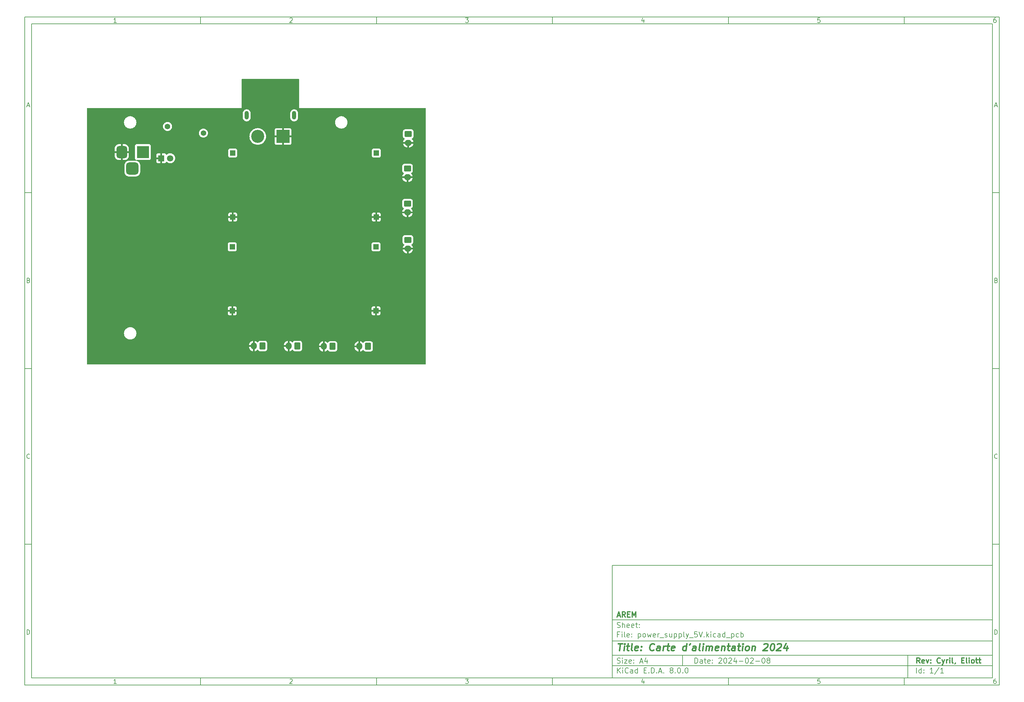
<source format=gbr>
%TF.GenerationSoftware,KiCad,Pcbnew,8.0.0*%
%TF.CreationDate,2024-03-29T20:49:13+01:00*%
%TF.ProjectId,power_supply_5V,706f7765-725f-4737-9570-706c795f3556,Cyril_ Eliott*%
%TF.SameCoordinates,Original*%
%TF.FileFunction,Copper,L2,Bot*%
%TF.FilePolarity,Positive*%
%FSLAX46Y46*%
G04 Gerber Fmt 4.6, Leading zero omitted, Abs format (unit mm)*
G04 Created by KiCad (PCBNEW 8.0.0) date 2024-03-29 20:49:13*
%MOMM*%
%LPD*%
G01*
G04 APERTURE LIST*
G04 Aperture macros list*
%AMRoundRect*
0 Rectangle with rounded corners*
0 $1 Rounding radius*
0 $2 $3 $4 $5 $6 $7 $8 $9 X,Y pos of 4 corners*
0 Add a 4 corners polygon primitive as box body*
4,1,4,$2,$3,$4,$5,$6,$7,$8,$9,$2,$3,0*
0 Add four circle primitives for the rounded corners*
1,1,$1+$1,$2,$3*
1,1,$1+$1,$4,$5*
1,1,$1+$1,$6,$7*
1,1,$1+$1,$8,$9*
0 Add four rect primitives between the rounded corners*
20,1,$1+$1,$2,$3,$4,$5,0*
20,1,$1+$1,$4,$5,$6,$7,0*
20,1,$1+$1,$6,$7,$8,$9,0*
20,1,$1+$1,$8,$9,$2,$3,0*%
G04 Aperture macros list end*
%ADD10C,0.100000*%
%ADD11C,0.150000*%
%ADD12C,0.300000*%
%ADD13C,0.400000*%
%TA.AperFunction,ComponentPad*%
%ADD14RoundRect,0.250000X-0.750000X0.600000X-0.750000X-0.600000X0.750000X-0.600000X0.750000X0.600000X0*%
%TD*%
%TA.AperFunction,ComponentPad*%
%ADD15O,2.000000X1.700000*%
%TD*%
%TA.AperFunction,ComponentPad*%
%ADD16RoundRect,0.250000X0.600000X0.750000X-0.600000X0.750000X-0.600000X-0.750000X0.600000X-0.750000X0*%
%TD*%
%TA.AperFunction,ComponentPad*%
%ADD17O,1.700000X2.000000*%
%TD*%
%TA.AperFunction,ComponentPad*%
%ADD18R,1.524000X1.524000*%
%TD*%
%TA.AperFunction,ComponentPad*%
%ADD19R,1.800000X1.800000*%
%TD*%
%TA.AperFunction,ComponentPad*%
%ADD20C,1.800000*%
%TD*%
%TA.AperFunction,ComponentPad*%
%ADD21C,1.560000*%
%TD*%
%TA.AperFunction,ComponentPad*%
%ADD22R,3.500000X3.500000*%
%TD*%
%TA.AperFunction,ComponentPad*%
%ADD23RoundRect,0.750000X-0.750000X-1.000000X0.750000X-1.000000X0.750000X1.000000X-0.750000X1.000000X0*%
%TD*%
%TA.AperFunction,ComponentPad*%
%ADD24RoundRect,0.875000X-0.875000X-0.875000X0.875000X-0.875000X0.875000X0.875000X-0.875000X0.875000X0*%
%TD*%
%TA.AperFunction,ComponentPad*%
%ADD25R,3.716000X3.716000*%
%TD*%
%TA.AperFunction,ComponentPad*%
%ADD26C,3.716000*%
%TD*%
%TA.AperFunction,ComponentPad*%
%ADD27O,1.200000X2.400000*%
%TD*%
G04 APERTURE END LIST*
D10*
D11*
X177002200Y-166007200D02*
X285002200Y-166007200D01*
X285002200Y-198007200D01*
X177002200Y-198007200D01*
X177002200Y-166007200D01*
D10*
D11*
X10000000Y-10000000D02*
X287002200Y-10000000D01*
X287002200Y-200007200D01*
X10000000Y-200007200D01*
X10000000Y-10000000D01*
D10*
D11*
X12000000Y-12000000D02*
X285002200Y-12000000D01*
X285002200Y-198007200D01*
X12000000Y-198007200D01*
X12000000Y-12000000D01*
D10*
D11*
X60000000Y-12000000D02*
X60000000Y-10000000D01*
D10*
D11*
X110000000Y-12000000D02*
X110000000Y-10000000D01*
D10*
D11*
X160000000Y-12000000D02*
X160000000Y-10000000D01*
D10*
D11*
X210000000Y-12000000D02*
X210000000Y-10000000D01*
D10*
D11*
X260000000Y-12000000D02*
X260000000Y-10000000D01*
D10*
D11*
X36089160Y-11593604D02*
X35346303Y-11593604D01*
X35717731Y-11593604D02*
X35717731Y-10293604D01*
X35717731Y-10293604D02*
X35593922Y-10479319D01*
X35593922Y-10479319D02*
X35470112Y-10603128D01*
X35470112Y-10603128D02*
X35346303Y-10665033D01*
D10*
D11*
X85346303Y-10417414D02*
X85408207Y-10355509D01*
X85408207Y-10355509D02*
X85532017Y-10293604D01*
X85532017Y-10293604D02*
X85841541Y-10293604D01*
X85841541Y-10293604D02*
X85965350Y-10355509D01*
X85965350Y-10355509D02*
X86027255Y-10417414D01*
X86027255Y-10417414D02*
X86089160Y-10541223D01*
X86089160Y-10541223D02*
X86089160Y-10665033D01*
X86089160Y-10665033D02*
X86027255Y-10850747D01*
X86027255Y-10850747D02*
X85284398Y-11593604D01*
X85284398Y-11593604D02*
X86089160Y-11593604D01*
D10*
D11*
X135284398Y-10293604D02*
X136089160Y-10293604D01*
X136089160Y-10293604D02*
X135655826Y-10788842D01*
X135655826Y-10788842D02*
X135841541Y-10788842D01*
X135841541Y-10788842D02*
X135965350Y-10850747D01*
X135965350Y-10850747D02*
X136027255Y-10912652D01*
X136027255Y-10912652D02*
X136089160Y-11036461D01*
X136089160Y-11036461D02*
X136089160Y-11345985D01*
X136089160Y-11345985D02*
X136027255Y-11469795D01*
X136027255Y-11469795D02*
X135965350Y-11531700D01*
X135965350Y-11531700D02*
X135841541Y-11593604D01*
X135841541Y-11593604D02*
X135470112Y-11593604D01*
X135470112Y-11593604D02*
X135346303Y-11531700D01*
X135346303Y-11531700D02*
X135284398Y-11469795D01*
D10*
D11*
X185965350Y-10726938D02*
X185965350Y-11593604D01*
X185655826Y-10231700D02*
X185346303Y-11160271D01*
X185346303Y-11160271D02*
X186151064Y-11160271D01*
D10*
D11*
X236027255Y-10293604D02*
X235408207Y-10293604D01*
X235408207Y-10293604D02*
X235346303Y-10912652D01*
X235346303Y-10912652D02*
X235408207Y-10850747D01*
X235408207Y-10850747D02*
X235532017Y-10788842D01*
X235532017Y-10788842D02*
X235841541Y-10788842D01*
X235841541Y-10788842D02*
X235965350Y-10850747D01*
X235965350Y-10850747D02*
X236027255Y-10912652D01*
X236027255Y-10912652D02*
X236089160Y-11036461D01*
X236089160Y-11036461D02*
X236089160Y-11345985D01*
X236089160Y-11345985D02*
X236027255Y-11469795D01*
X236027255Y-11469795D02*
X235965350Y-11531700D01*
X235965350Y-11531700D02*
X235841541Y-11593604D01*
X235841541Y-11593604D02*
X235532017Y-11593604D01*
X235532017Y-11593604D02*
X235408207Y-11531700D01*
X235408207Y-11531700D02*
X235346303Y-11469795D01*
D10*
D11*
X285965350Y-10293604D02*
X285717731Y-10293604D01*
X285717731Y-10293604D02*
X285593922Y-10355509D01*
X285593922Y-10355509D02*
X285532017Y-10417414D01*
X285532017Y-10417414D02*
X285408207Y-10603128D01*
X285408207Y-10603128D02*
X285346303Y-10850747D01*
X285346303Y-10850747D02*
X285346303Y-11345985D01*
X285346303Y-11345985D02*
X285408207Y-11469795D01*
X285408207Y-11469795D02*
X285470112Y-11531700D01*
X285470112Y-11531700D02*
X285593922Y-11593604D01*
X285593922Y-11593604D02*
X285841541Y-11593604D01*
X285841541Y-11593604D02*
X285965350Y-11531700D01*
X285965350Y-11531700D02*
X286027255Y-11469795D01*
X286027255Y-11469795D02*
X286089160Y-11345985D01*
X286089160Y-11345985D02*
X286089160Y-11036461D01*
X286089160Y-11036461D02*
X286027255Y-10912652D01*
X286027255Y-10912652D02*
X285965350Y-10850747D01*
X285965350Y-10850747D02*
X285841541Y-10788842D01*
X285841541Y-10788842D02*
X285593922Y-10788842D01*
X285593922Y-10788842D02*
X285470112Y-10850747D01*
X285470112Y-10850747D02*
X285408207Y-10912652D01*
X285408207Y-10912652D02*
X285346303Y-11036461D01*
D10*
D11*
X60000000Y-198007200D02*
X60000000Y-200007200D01*
D10*
D11*
X110000000Y-198007200D02*
X110000000Y-200007200D01*
D10*
D11*
X160000000Y-198007200D02*
X160000000Y-200007200D01*
D10*
D11*
X210000000Y-198007200D02*
X210000000Y-200007200D01*
D10*
D11*
X260000000Y-198007200D02*
X260000000Y-200007200D01*
D10*
D11*
X36089160Y-199600804D02*
X35346303Y-199600804D01*
X35717731Y-199600804D02*
X35717731Y-198300804D01*
X35717731Y-198300804D02*
X35593922Y-198486519D01*
X35593922Y-198486519D02*
X35470112Y-198610328D01*
X35470112Y-198610328D02*
X35346303Y-198672233D01*
D10*
D11*
X85346303Y-198424614D02*
X85408207Y-198362709D01*
X85408207Y-198362709D02*
X85532017Y-198300804D01*
X85532017Y-198300804D02*
X85841541Y-198300804D01*
X85841541Y-198300804D02*
X85965350Y-198362709D01*
X85965350Y-198362709D02*
X86027255Y-198424614D01*
X86027255Y-198424614D02*
X86089160Y-198548423D01*
X86089160Y-198548423D02*
X86089160Y-198672233D01*
X86089160Y-198672233D02*
X86027255Y-198857947D01*
X86027255Y-198857947D02*
X85284398Y-199600804D01*
X85284398Y-199600804D02*
X86089160Y-199600804D01*
D10*
D11*
X135284398Y-198300804D02*
X136089160Y-198300804D01*
X136089160Y-198300804D02*
X135655826Y-198796042D01*
X135655826Y-198796042D02*
X135841541Y-198796042D01*
X135841541Y-198796042D02*
X135965350Y-198857947D01*
X135965350Y-198857947D02*
X136027255Y-198919852D01*
X136027255Y-198919852D02*
X136089160Y-199043661D01*
X136089160Y-199043661D02*
X136089160Y-199353185D01*
X136089160Y-199353185D02*
X136027255Y-199476995D01*
X136027255Y-199476995D02*
X135965350Y-199538900D01*
X135965350Y-199538900D02*
X135841541Y-199600804D01*
X135841541Y-199600804D02*
X135470112Y-199600804D01*
X135470112Y-199600804D02*
X135346303Y-199538900D01*
X135346303Y-199538900D02*
X135284398Y-199476995D01*
D10*
D11*
X185965350Y-198734138D02*
X185965350Y-199600804D01*
X185655826Y-198238900D02*
X185346303Y-199167471D01*
X185346303Y-199167471D02*
X186151064Y-199167471D01*
D10*
D11*
X236027255Y-198300804D02*
X235408207Y-198300804D01*
X235408207Y-198300804D02*
X235346303Y-198919852D01*
X235346303Y-198919852D02*
X235408207Y-198857947D01*
X235408207Y-198857947D02*
X235532017Y-198796042D01*
X235532017Y-198796042D02*
X235841541Y-198796042D01*
X235841541Y-198796042D02*
X235965350Y-198857947D01*
X235965350Y-198857947D02*
X236027255Y-198919852D01*
X236027255Y-198919852D02*
X236089160Y-199043661D01*
X236089160Y-199043661D02*
X236089160Y-199353185D01*
X236089160Y-199353185D02*
X236027255Y-199476995D01*
X236027255Y-199476995D02*
X235965350Y-199538900D01*
X235965350Y-199538900D02*
X235841541Y-199600804D01*
X235841541Y-199600804D02*
X235532017Y-199600804D01*
X235532017Y-199600804D02*
X235408207Y-199538900D01*
X235408207Y-199538900D02*
X235346303Y-199476995D01*
D10*
D11*
X285965350Y-198300804D02*
X285717731Y-198300804D01*
X285717731Y-198300804D02*
X285593922Y-198362709D01*
X285593922Y-198362709D02*
X285532017Y-198424614D01*
X285532017Y-198424614D02*
X285408207Y-198610328D01*
X285408207Y-198610328D02*
X285346303Y-198857947D01*
X285346303Y-198857947D02*
X285346303Y-199353185D01*
X285346303Y-199353185D02*
X285408207Y-199476995D01*
X285408207Y-199476995D02*
X285470112Y-199538900D01*
X285470112Y-199538900D02*
X285593922Y-199600804D01*
X285593922Y-199600804D02*
X285841541Y-199600804D01*
X285841541Y-199600804D02*
X285965350Y-199538900D01*
X285965350Y-199538900D02*
X286027255Y-199476995D01*
X286027255Y-199476995D02*
X286089160Y-199353185D01*
X286089160Y-199353185D02*
X286089160Y-199043661D01*
X286089160Y-199043661D02*
X286027255Y-198919852D01*
X286027255Y-198919852D02*
X285965350Y-198857947D01*
X285965350Y-198857947D02*
X285841541Y-198796042D01*
X285841541Y-198796042D02*
X285593922Y-198796042D01*
X285593922Y-198796042D02*
X285470112Y-198857947D01*
X285470112Y-198857947D02*
X285408207Y-198919852D01*
X285408207Y-198919852D02*
X285346303Y-199043661D01*
D10*
D11*
X10000000Y-60000000D02*
X12000000Y-60000000D01*
D10*
D11*
X10000000Y-110000000D02*
X12000000Y-110000000D01*
D10*
D11*
X10000000Y-160000000D02*
X12000000Y-160000000D01*
D10*
D11*
X10690476Y-35222176D02*
X11309523Y-35222176D01*
X10566666Y-35593604D02*
X10999999Y-34293604D01*
X10999999Y-34293604D02*
X11433333Y-35593604D01*
D10*
D11*
X11092857Y-84912652D02*
X11278571Y-84974557D01*
X11278571Y-84974557D02*
X11340476Y-85036461D01*
X11340476Y-85036461D02*
X11402380Y-85160271D01*
X11402380Y-85160271D02*
X11402380Y-85345985D01*
X11402380Y-85345985D02*
X11340476Y-85469795D01*
X11340476Y-85469795D02*
X11278571Y-85531700D01*
X11278571Y-85531700D02*
X11154761Y-85593604D01*
X11154761Y-85593604D02*
X10659523Y-85593604D01*
X10659523Y-85593604D02*
X10659523Y-84293604D01*
X10659523Y-84293604D02*
X11092857Y-84293604D01*
X11092857Y-84293604D02*
X11216666Y-84355509D01*
X11216666Y-84355509D02*
X11278571Y-84417414D01*
X11278571Y-84417414D02*
X11340476Y-84541223D01*
X11340476Y-84541223D02*
X11340476Y-84665033D01*
X11340476Y-84665033D02*
X11278571Y-84788842D01*
X11278571Y-84788842D02*
X11216666Y-84850747D01*
X11216666Y-84850747D02*
X11092857Y-84912652D01*
X11092857Y-84912652D02*
X10659523Y-84912652D01*
D10*
D11*
X11402380Y-135469795D02*
X11340476Y-135531700D01*
X11340476Y-135531700D02*
X11154761Y-135593604D01*
X11154761Y-135593604D02*
X11030952Y-135593604D01*
X11030952Y-135593604D02*
X10845238Y-135531700D01*
X10845238Y-135531700D02*
X10721428Y-135407890D01*
X10721428Y-135407890D02*
X10659523Y-135284080D01*
X10659523Y-135284080D02*
X10597619Y-135036461D01*
X10597619Y-135036461D02*
X10597619Y-134850747D01*
X10597619Y-134850747D02*
X10659523Y-134603128D01*
X10659523Y-134603128D02*
X10721428Y-134479319D01*
X10721428Y-134479319D02*
X10845238Y-134355509D01*
X10845238Y-134355509D02*
X11030952Y-134293604D01*
X11030952Y-134293604D02*
X11154761Y-134293604D01*
X11154761Y-134293604D02*
X11340476Y-134355509D01*
X11340476Y-134355509D02*
X11402380Y-134417414D01*
D10*
D11*
X10659523Y-185593604D02*
X10659523Y-184293604D01*
X10659523Y-184293604D02*
X10969047Y-184293604D01*
X10969047Y-184293604D02*
X11154761Y-184355509D01*
X11154761Y-184355509D02*
X11278571Y-184479319D01*
X11278571Y-184479319D02*
X11340476Y-184603128D01*
X11340476Y-184603128D02*
X11402380Y-184850747D01*
X11402380Y-184850747D02*
X11402380Y-185036461D01*
X11402380Y-185036461D02*
X11340476Y-185284080D01*
X11340476Y-185284080D02*
X11278571Y-185407890D01*
X11278571Y-185407890D02*
X11154761Y-185531700D01*
X11154761Y-185531700D02*
X10969047Y-185593604D01*
X10969047Y-185593604D02*
X10659523Y-185593604D01*
D10*
D11*
X287002200Y-60000000D02*
X285002200Y-60000000D01*
D10*
D11*
X287002200Y-110000000D02*
X285002200Y-110000000D01*
D10*
D11*
X287002200Y-160000000D02*
X285002200Y-160000000D01*
D10*
D11*
X285692676Y-35222176D02*
X286311723Y-35222176D01*
X285568866Y-35593604D02*
X286002199Y-34293604D01*
X286002199Y-34293604D02*
X286435533Y-35593604D01*
D10*
D11*
X286095057Y-84912652D02*
X286280771Y-84974557D01*
X286280771Y-84974557D02*
X286342676Y-85036461D01*
X286342676Y-85036461D02*
X286404580Y-85160271D01*
X286404580Y-85160271D02*
X286404580Y-85345985D01*
X286404580Y-85345985D02*
X286342676Y-85469795D01*
X286342676Y-85469795D02*
X286280771Y-85531700D01*
X286280771Y-85531700D02*
X286156961Y-85593604D01*
X286156961Y-85593604D02*
X285661723Y-85593604D01*
X285661723Y-85593604D02*
X285661723Y-84293604D01*
X285661723Y-84293604D02*
X286095057Y-84293604D01*
X286095057Y-84293604D02*
X286218866Y-84355509D01*
X286218866Y-84355509D02*
X286280771Y-84417414D01*
X286280771Y-84417414D02*
X286342676Y-84541223D01*
X286342676Y-84541223D02*
X286342676Y-84665033D01*
X286342676Y-84665033D02*
X286280771Y-84788842D01*
X286280771Y-84788842D02*
X286218866Y-84850747D01*
X286218866Y-84850747D02*
X286095057Y-84912652D01*
X286095057Y-84912652D02*
X285661723Y-84912652D01*
D10*
D11*
X286404580Y-135469795D02*
X286342676Y-135531700D01*
X286342676Y-135531700D02*
X286156961Y-135593604D01*
X286156961Y-135593604D02*
X286033152Y-135593604D01*
X286033152Y-135593604D02*
X285847438Y-135531700D01*
X285847438Y-135531700D02*
X285723628Y-135407890D01*
X285723628Y-135407890D02*
X285661723Y-135284080D01*
X285661723Y-135284080D02*
X285599819Y-135036461D01*
X285599819Y-135036461D02*
X285599819Y-134850747D01*
X285599819Y-134850747D02*
X285661723Y-134603128D01*
X285661723Y-134603128D02*
X285723628Y-134479319D01*
X285723628Y-134479319D02*
X285847438Y-134355509D01*
X285847438Y-134355509D02*
X286033152Y-134293604D01*
X286033152Y-134293604D02*
X286156961Y-134293604D01*
X286156961Y-134293604D02*
X286342676Y-134355509D01*
X286342676Y-134355509D02*
X286404580Y-134417414D01*
D10*
D11*
X285661723Y-185593604D02*
X285661723Y-184293604D01*
X285661723Y-184293604D02*
X285971247Y-184293604D01*
X285971247Y-184293604D02*
X286156961Y-184355509D01*
X286156961Y-184355509D02*
X286280771Y-184479319D01*
X286280771Y-184479319D02*
X286342676Y-184603128D01*
X286342676Y-184603128D02*
X286404580Y-184850747D01*
X286404580Y-184850747D02*
X286404580Y-185036461D01*
X286404580Y-185036461D02*
X286342676Y-185284080D01*
X286342676Y-185284080D02*
X286280771Y-185407890D01*
X286280771Y-185407890D02*
X286156961Y-185531700D01*
X286156961Y-185531700D02*
X285971247Y-185593604D01*
X285971247Y-185593604D02*
X285661723Y-185593604D01*
D10*
D11*
X200458026Y-193793328D02*
X200458026Y-192293328D01*
X200458026Y-192293328D02*
X200815169Y-192293328D01*
X200815169Y-192293328D02*
X201029455Y-192364757D01*
X201029455Y-192364757D02*
X201172312Y-192507614D01*
X201172312Y-192507614D02*
X201243741Y-192650471D01*
X201243741Y-192650471D02*
X201315169Y-192936185D01*
X201315169Y-192936185D02*
X201315169Y-193150471D01*
X201315169Y-193150471D02*
X201243741Y-193436185D01*
X201243741Y-193436185D02*
X201172312Y-193579042D01*
X201172312Y-193579042D02*
X201029455Y-193721900D01*
X201029455Y-193721900D02*
X200815169Y-193793328D01*
X200815169Y-193793328D02*
X200458026Y-193793328D01*
X202600884Y-193793328D02*
X202600884Y-193007614D01*
X202600884Y-193007614D02*
X202529455Y-192864757D01*
X202529455Y-192864757D02*
X202386598Y-192793328D01*
X202386598Y-192793328D02*
X202100884Y-192793328D01*
X202100884Y-192793328D02*
X201958026Y-192864757D01*
X202600884Y-193721900D02*
X202458026Y-193793328D01*
X202458026Y-193793328D02*
X202100884Y-193793328D01*
X202100884Y-193793328D02*
X201958026Y-193721900D01*
X201958026Y-193721900D02*
X201886598Y-193579042D01*
X201886598Y-193579042D02*
X201886598Y-193436185D01*
X201886598Y-193436185D02*
X201958026Y-193293328D01*
X201958026Y-193293328D02*
X202100884Y-193221900D01*
X202100884Y-193221900D02*
X202458026Y-193221900D01*
X202458026Y-193221900D02*
X202600884Y-193150471D01*
X203100884Y-192793328D02*
X203672312Y-192793328D01*
X203315169Y-192293328D02*
X203315169Y-193579042D01*
X203315169Y-193579042D02*
X203386598Y-193721900D01*
X203386598Y-193721900D02*
X203529455Y-193793328D01*
X203529455Y-193793328D02*
X203672312Y-193793328D01*
X204743741Y-193721900D02*
X204600884Y-193793328D01*
X204600884Y-193793328D02*
X204315170Y-193793328D01*
X204315170Y-193793328D02*
X204172312Y-193721900D01*
X204172312Y-193721900D02*
X204100884Y-193579042D01*
X204100884Y-193579042D02*
X204100884Y-193007614D01*
X204100884Y-193007614D02*
X204172312Y-192864757D01*
X204172312Y-192864757D02*
X204315170Y-192793328D01*
X204315170Y-192793328D02*
X204600884Y-192793328D01*
X204600884Y-192793328D02*
X204743741Y-192864757D01*
X204743741Y-192864757D02*
X204815170Y-193007614D01*
X204815170Y-193007614D02*
X204815170Y-193150471D01*
X204815170Y-193150471D02*
X204100884Y-193293328D01*
X205458026Y-193650471D02*
X205529455Y-193721900D01*
X205529455Y-193721900D02*
X205458026Y-193793328D01*
X205458026Y-193793328D02*
X205386598Y-193721900D01*
X205386598Y-193721900D02*
X205458026Y-193650471D01*
X205458026Y-193650471D02*
X205458026Y-193793328D01*
X205458026Y-192864757D02*
X205529455Y-192936185D01*
X205529455Y-192936185D02*
X205458026Y-193007614D01*
X205458026Y-193007614D02*
X205386598Y-192936185D01*
X205386598Y-192936185D02*
X205458026Y-192864757D01*
X205458026Y-192864757D02*
X205458026Y-193007614D01*
X207243741Y-192436185D02*
X207315169Y-192364757D01*
X207315169Y-192364757D02*
X207458027Y-192293328D01*
X207458027Y-192293328D02*
X207815169Y-192293328D01*
X207815169Y-192293328D02*
X207958027Y-192364757D01*
X207958027Y-192364757D02*
X208029455Y-192436185D01*
X208029455Y-192436185D02*
X208100884Y-192579042D01*
X208100884Y-192579042D02*
X208100884Y-192721900D01*
X208100884Y-192721900D02*
X208029455Y-192936185D01*
X208029455Y-192936185D02*
X207172312Y-193793328D01*
X207172312Y-193793328D02*
X208100884Y-193793328D01*
X209029455Y-192293328D02*
X209172312Y-192293328D01*
X209172312Y-192293328D02*
X209315169Y-192364757D01*
X209315169Y-192364757D02*
X209386598Y-192436185D01*
X209386598Y-192436185D02*
X209458026Y-192579042D01*
X209458026Y-192579042D02*
X209529455Y-192864757D01*
X209529455Y-192864757D02*
X209529455Y-193221900D01*
X209529455Y-193221900D02*
X209458026Y-193507614D01*
X209458026Y-193507614D02*
X209386598Y-193650471D01*
X209386598Y-193650471D02*
X209315169Y-193721900D01*
X209315169Y-193721900D02*
X209172312Y-193793328D01*
X209172312Y-193793328D02*
X209029455Y-193793328D01*
X209029455Y-193793328D02*
X208886598Y-193721900D01*
X208886598Y-193721900D02*
X208815169Y-193650471D01*
X208815169Y-193650471D02*
X208743740Y-193507614D01*
X208743740Y-193507614D02*
X208672312Y-193221900D01*
X208672312Y-193221900D02*
X208672312Y-192864757D01*
X208672312Y-192864757D02*
X208743740Y-192579042D01*
X208743740Y-192579042D02*
X208815169Y-192436185D01*
X208815169Y-192436185D02*
X208886598Y-192364757D01*
X208886598Y-192364757D02*
X209029455Y-192293328D01*
X210100883Y-192436185D02*
X210172311Y-192364757D01*
X210172311Y-192364757D02*
X210315169Y-192293328D01*
X210315169Y-192293328D02*
X210672311Y-192293328D01*
X210672311Y-192293328D02*
X210815169Y-192364757D01*
X210815169Y-192364757D02*
X210886597Y-192436185D01*
X210886597Y-192436185D02*
X210958026Y-192579042D01*
X210958026Y-192579042D02*
X210958026Y-192721900D01*
X210958026Y-192721900D02*
X210886597Y-192936185D01*
X210886597Y-192936185D02*
X210029454Y-193793328D01*
X210029454Y-193793328D02*
X210958026Y-193793328D01*
X212243740Y-192793328D02*
X212243740Y-193793328D01*
X211886597Y-192221900D02*
X211529454Y-193293328D01*
X211529454Y-193293328D02*
X212458025Y-193293328D01*
X213029453Y-193221900D02*
X214172311Y-193221900D01*
X215172311Y-192293328D02*
X215315168Y-192293328D01*
X215315168Y-192293328D02*
X215458025Y-192364757D01*
X215458025Y-192364757D02*
X215529454Y-192436185D01*
X215529454Y-192436185D02*
X215600882Y-192579042D01*
X215600882Y-192579042D02*
X215672311Y-192864757D01*
X215672311Y-192864757D02*
X215672311Y-193221900D01*
X215672311Y-193221900D02*
X215600882Y-193507614D01*
X215600882Y-193507614D02*
X215529454Y-193650471D01*
X215529454Y-193650471D02*
X215458025Y-193721900D01*
X215458025Y-193721900D02*
X215315168Y-193793328D01*
X215315168Y-193793328D02*
X215172311Y-193793328D01*
X215172311Y-193793328D02*
X215029454Y-193721900D01*
X215029454Y-193721900D02*
X214958025Y-193650471D01*
X214958025Y-193650471D02*
X214886596Y-193507614D01*
X214886596Y-193507614D02*
X214815168Y-193221900D01*
X214815168Y-193221900D02*
X214815168Y-192864757D01*
X214815168Y-192864757D02*
X214886596Y-192579042D01*
X214886596Y-192579042D02*
X214958025Y-192436185D01*
X214958025Y-192436185D02*
X215029454Y-192364757D01*
X215029454Y-192364757D02*
X215172311Y-192293328D01*
X216243739Y-192436185D02*
X216315167Y-192364757D01*
X216315167Y-192364757D02*
X216458025Y-192293328D01*
X216458025Y-192293328D02*
X216815167Y-192293328D01*
X216815167Y-192293328D02*
X216958025Y-192364757D01*
X216958025Y-192364757D02*
X217029453Y-192436185D01*
X217029453Y-192436185D02*
X217100882Y-192579042D01*
X217100882Y-192579042D02*
X217100882Y-192721900D01*
X217100882Y-192721900D02*
X217029453Y-192936185D01*
X217029453Y-192936185D02*
X216172310Y-193793328D01*
X216172310Y-193793328D02*
X217100882Y-193793328D01*
X217743738Y-193221900D02*
X218886596Y-193221900D01*
X219886596Y-192293328D02*
X220029453Y-192293328D01*
X220029453Y-192293328D02*
X220172310Y-192364757D01*
X220172310Y-192364757D02*
X220243739Y-192436185D01*
X220243739Y-192436185D02*
X220315167Y-192579042D01*
X220315167Y-192579042D02*
X220386596Y-192864757D01*
X220386596Y-192864757D02*
X220386596Y-193221900D01*
X220386596Y-193221900D02*
X220315167Y-193507614D01*
X220315167Y-193507614D02*
X220243739Y-193650471D01*
X220243739Y-193650471D02*
X220172310Y-193721900D01*
X220172310Y-193721900D02*
X220029453Y-193793328D01*
X220029453Y-193793328D02*
X219886596Y-193793328D01*
X219886596Y-193793328D02*
X219743739Y-193721900D01*
X219743739Y-193721900D02*
X219672310Y-193650471D01*
X219672310Y-193650471D02*
X219600881Y-193507614D01*
X219600881Y-193507614D02*
X219529453Y-193221900D01*
X219529453Y-193221900D02*
X219529453Y-192864757D01*
X219529453Y-192864757D02*
X219600881Y-192579042D01*
X219600881Y-192579042D02*
X219672310Y-192436185D01*
X219672310Y-192436185D02*
X219743739Y-192364757D01*
X219743739Y-192364757D02*
X219886596Y-192293328D01*
X221243738Y-192936185D02*
X221100881Y-192864757D01*
X221100881Y-192864757D02*
X221029452Y-192793328D01*
X221029452Y-192793328D02*
X220958024Y-192650471D01*
X220958024Y-192650471D02*
X220958024Y-192579042D01*
X220958024Y-192579042D02*
X221029452Y-192436185D01*
X221029452Y-192436185D02*
X221100881Y-192364757D01*
X221100881Y-192364757D02*
X221243738Y-192293328D01*
X221243738Y-192293328D02*
X221529452Y-192293328D01*
X221529452Y-192293328D02*
X221672310Y-192364757D01*
X221672310Y-192364757D02*
X221743738Y-192436185D01*
X221743738Y-192436185D02*
X221815167Y-192579042D01*
X221815167Y-192579042D02*
X221815167Y-192650471D01*
X221815167Y-192650471D02*
X221743738Y-192793328D01*
X221743738Y-192793328D02*
X221672310Y-192864757D01*
X221672310Y-192864757D02*
X221529452Y-192936185D01*
X221529452Y-192936185D02*
X221243738Y-192936185D01*
X221243738Y-192936185D02*
X221100881Y-193007614D01*
X221100881Y-193007614D02*
X221029452Y-193079042D01*
X221029452Y-193079042D02*
X220958024Y-193221900D01*
X220958024Y-193221900D02*
X220958024Y-193507614D01*
X220958024Y-193507614D02*
X221029452Y-193650471D01*
X221029452Y-193650471D02*
X221100881Y-193721900D01*
X221100881Y-193721900D02*
X221243738Y-193793328D01*
X221243738Y-193793328D02*
X221529452Y-193793328D01*
X221529452Y-193793328D02*
X221672310Y-193721900D01*
X221672310Y-193721900D02*
X221743738Y-193650471D01*
X221743738Y-193650471D02*
X221815167Y-193507614D01*
X221815167Y-193507614D02*
X221815167Y-193221900D01*
X221815167Y-193221900D02*
X221743738Y-193079042D01*
X221743738Y-193079042D02*
X221672310Y-193007614D01*
X221672310Y-193007614D02*
X221529452Y-192936185D01*
D10*
D11*
X177002200Y-194507200D02*
X285002200Y-194507200D01*
D10*
D11*
X178458026Y-196593328D02*
X178458026Y-195093328D01*
X179315169Y-196593328D02*
X178672312Y-195736185D01*
X179315169Y-195093328D02*
X178458026Y-195950471D01*
X179958026Y-196593328D02*
X179958026Y-195593328D01*
X179958026Y-195093328D02*
X179886598Y-195164757D01*
X179886598Y-195164757D02*
X179958026Y-195236185D01*
X179958026Y-195236185D02*
X180029455Y-195164757D01*
X180029455Y-195164757D02*
X179958026Y-195093328D01*
X179958026Y-195093328D02*
X179958026Y-195236185D01*
X181529455Y-196450471D02*
X181458027Y-196521900D01*
X181458027Y-196521900D02*
X181243741Y-196593328D01*
X181243741Y-196593328D02*
X181100884Y-196593328D01*
X181100884Y-196593328D02*
X180886598Y-196521900D01*
X180886598Y-196521900D02*
X180743741Y-196379042D01*
X180743741Y-196379042D02*
X180672312Y-196236185D01*
X180672312Y-196236185D02*
X180600884Y-195950471D01*
X180600884Y-195950471D02*
X180600884Y-195736185D01*
X180600884Y-195736185D02*
X180672312Y-195450471D01*
X180672312Y-195450471D02*
X180743741Y-195307614D01*
X180743741Y-195307614D02*
X180886598Y-195164757D01*
X180886598Y-195164757D02*
X181100884Y-195093328D01*
X181100884Y-195093328D02*
X181243741Y-195093328D01*
X181243741Y-195093328D02*
X181458027Y-195164757D01*
X181458027Y-195164757D02*
X181529455Y-195236185D01*
X182815170Y-196593328D02*
X182815170Y-195807614D01*
X182815170Y-195807614D02*
X182743741Y-195664757D01*
X182743741Y-195664757D02*
X182600884Y-195593328D01*
X182600884Y-195593328D02*
X182315170Y-195593328D01*
X182315170Y-195593328D02*
X182172312Y-195664757D01*
X182815170Y-196521900D02*
X182672312Y-196593328D01*
X182672312Y-196593328D02*
X182315170Y-196593328D01*
X182315170Y-196593328D02*
X182172312Y-196521900D01*
X182172312Y-196521900D02*
X182100884Y-196379042D01*
X182100884Y-196379042D02*
X182100884Y-196236185D01*
X182100884Y-196236185D02*
X182172312Y-196093328D01*
X182172312Y-196093328D02*
X182315170Y-196021900D01*
X182315170Y-196021900D02*
X182672312Y-196021900D01*
X182672312Y-196021900D02*
X182815170Y-195950471D01*
X184172313Y-196593328D02*
X184172313Y-195093328D01*
X184172313Y-196521900D02*
X184029455Y-196593328D01*
X184029455Y-196593328D02*
X183743741Y-196593328D01*
X183743741Y-196593328D02*
X183600884Y-196521900D01*
X183600884Y-196521900D02*
X183529455Y-196450471D01*
X183529455Y-196450471D02*
X183458027Y-196307614D01*
X183458027Y-196307614D02*
X183458027Y-195879042D01*
X183458027Y-195879042D02*
X183529455Y-195736185D01*
X183529455Y-195736185D02*
X183600884Y-195664757D01*
X183600884Y-195664757D02*
X183743741Y-195593328D01*
X183743741Y-195593328D02*
X184029455Y-195593328D01*
X184029455Y-195593328D02*
X184172313Y-195664757D01*
X186029455Y-195807614D02*
X186529455Y-195807614D01*
X186743741Y-196593328D02*
X186029455Y-196593328D01*
X186029455Y-196593328D02*
X186029455Y-195093328D01*
X186029455Y-195093328D02*
X186743741Y-195093328D01*
X187386598Y-196450471D02*
X187458027Y-196521900D01*
X187458027Y-196521900D02*
X187386598Y-196593328D01*
X187386598Y-196593328D02*
X187315170Y-196521900D01*
X187315170Y-196521900D02*
X187386598Y-196450471D01*
X187386598Y-196450471D02*
X187386598Y-196593328D01*
X188100884Y-196593328D02*
X188100884Y-195093328D01*
X188100884Y-195093328D02*
X188458027Y-195093328D01*
X188458027Y-195093328D02*
X188672313Y-195164757D01*
X188672313Y-195164757D02*
X188815170Y-195307614D01*
X188815170Y-195307614D02*
X188886599Y-195450471D01*
X188886599Y-195450471D02*
X188958027Y-195736185D01*
X188958027Y-195736185D02*
X188958027Y-195950471D01*
X188958027Y-195950471D02*
X188886599Y-196236185D01*
X188886599Y-196236185D02*
X188815170Y-196379042D01*
X188815170Y-196379042D02*
X188672313Y-196521900D01*
X188672313Y-196521900D02*
X188458027Y-196593328D01*
X188458027Y-196593328D02*
X188100884Y-196593328D01*
X189600884Y-196450471D02*
X189672313Y-196521900D01*
X189672313Y-196521900D02*
X189600884Y-196593328D01*
X189600884Y-196593328D02*
X189529456Y-196521900D01*
X189529456Y-196521900D02*
X189600884Y-196450471D01*
X189600884Y-196450471D02*
X189600884Y-196593328D01*
X190243742Y-196164757D02*
X190958028Y-196164757D01*
X190100885Y-196593328D02*
X190600885Y-195093328D01*
X190600885Y-195093328D02*
X191100885Y-196593328D01*
X191600884Y-196450471D02*
X191672313Y-196521900D01*
X191672313Y-196521900D02*
X191600884Y-196593328D01*
X191600884Y-196593328D02*
X191529456Y-196521900D01*
X191529456Y-196521900D02*
X191600884Y-196450471D01*
X191600884Y-196450471D02*
X191600884Y-196593328D01*
X193672313Y-195736185D02*
X193529456Y-195664757D01*
X193529456Y-195664757D02*
X193458027Y-195593328D01*
X193458027Y-195593328D02*
X193386599Y-195450471D01*
X193386599Y-195450471D02*
X193386599Y-195379042D01*
X193386599Y-195379042D02*
X193458027Y-195236185D01*
X193458027Y-195236185D02*
X193529456Y-195164757D01*
X193529456Y-195164757D02*
X193672313Y-195093328D01*
X193672313Y-195093328D02*
X193958027Y-195093328D01*
X193958027Y-195093328D02*
X194100885Y-195164757D01*
X194100885Y-195164757D02*
X194172313Y-195236185D01*
X194172313Y-195236185D02*
X194243742Y-195379042D01*
X194243742Y-195379042D02*
X194243742Y-195450471D01*
X194243742Y-195450471D02*
X194172313Y-195593328D01*
X194172313Y-195593328D02*
X194100885Y-195664757D01*
X194100885Y-195664757D02*
X193958027Y-195736185D01*
X193958027Y-195736185D02*
X193672313Y-195736185D01*
X193672313Y-195736185D02*
X193529456Y-195807614D01*
X193529456Y-195807614D02*
X193458027Y-195879042D01*
X193458027Y-195879042D02*
X193386599Y-196021900D01*
X193386599Y-196021900D02*
X193386599Y-196307614D01*
X193386599Y-196307614D02*
X193458027Y-196450471D01*
X193458027Y-196450471D02*
X193529456Y-196521900D01*
X193529456Y-196521900D02*
X193672313Y-196593328D01*
X193672313Y-196593328D02*
X193958027Y-196593328D01*
X193958027Y-196593328D02*
X194100885Y-196521900D01*
X194100885Y-196521900D02*
X194172313Y-196450471D01*
X194172313Y-196450471D02*
X194243742Y-196307614D01*
X194243742Y-196307614D02*
X194243742Y-196021900D01*
X194243742Y-196021900D02*
X194172313Y-195879042D01*
X194172313Y-195879042D02*
X194100885Y-195807614D01*
X194100885Y-195807614D02*
X193958027Y-195736185D01*
X194886598Y-196450471D02*
X194958027Y-196521900D01*
X194958027Y-196521900D02*
X194886598Y-196593328D01*
X194886598Y-196593328D02*
X194815170Y-196521900D01*
X194815170Y-196521900D02*
X194886598Y-196450471D01*
X194886598Y-196450471D02*
X194886598Y-196593328D01*
X195886599Y-195093328D02*
X196029456Y-195093328D01*
X196029456Y-195093328D02*
X196172313Y-195164757D01*
X196172313Y-195164757D02*
X196243742Y-195236185D01*
X196243742Y-195236185D02*
X196315170Y-195379042D01*
X196315170Y-195379042D02*
X196386599Y-195664757D01*
X196386599Y-195664757D02*
X196386599Y-196021900D01*
X196386599Y-196021900D02*
X196315170Y-196307614D01*
X196315170Y-196307614D02*
X196243742Y-196450471D01*
X196243742Y-196450471D02*
X196172313Y-196521900D01*
X196172313Y-196521900D02*
X196029456Y-196593328D01*
X196029456Y-196593328D02*
X195886599Y-196593328D01*
X195886599Y-196593328D02*
X195743742Y-196521900D01*
X195743742Y-196521900D02*
X195672313Y-196450471D01*
X195672313Y-196450471D02*
X195600884Y-196307614D01*
X195600884Y-196307614D02*
X195529456Y-196021900D01*
X195529456Y-196021900D02*
X195529456Y-195664757D01*
X195529456Y-195664757D02*
X195600884Y-195379042D01*
X195600884Y-195379042D02*
X195672313Y-195236185D01*
X195672313Y-195236185D02*
X195743742Y-195164757D01*
X195743742Y-195164757D02*
X195886599Y-195093328D01*
X197029455Y-196450471D02*
X197100884Y-196521900D01*
X197100884Y-196521900D02*
X197029455Y-196593328D01*
X197029455Y-196593328D02*
X196958027Y-196521900D01*
X196958027Y-196521900D02*
X197029455Y-196450471D01*
X197029455Y-196450471D02*
X197029455Y-196593328D01*
X198029456Y-195093328D02*
X198172313Y-195093328D01*
X198172313Y-195093328D02*
X198315170Y-195164757D01*
X198315170Y-195164757D02*
X198386599Y-195236185D01*
X198386599Y-195236185D02*
X198458027Y-195379042D01*
X198458027Y-195379042D02*
X198529456Y-195664757D01*
X198529456Y-195664757D02*
X198529456Y-196021900D01*
X198529456Y-196021900D02*
X198458027Y-196307614D01*
X198458027Y-196307614D02*
X198386599Y-196450471D01*
X198386599Y-196450471D02*
X198315170Y-196521900D01*
X198315170Y-196521900D02*
X198172313Y-196593328D01*
X198172313Y-196593328D02*
X198029456Y-196593328D01*
X198029456Y-196593328D02*
X197886599Y-196521900D01*
X197886599Y-196521900D02*
X197815170Y-196450471D01*
X197815170Y-196450471D02*
X197743741Y-196307614D01*
X197743741Y-196307614D02*
X197672313Y-196021900D01*
X197672313Y-196021900D02*
X197672313Y-195664757D01*
X197672313Y-195664757D02*
X197743741Y-195379042D01*
X197743741Y-195379042D02*
X197815170Y-195236185D01*
X197815170Y-195236185D02*
X197886599Y-195164757D01*
X197886599Y-195164757D02*
X198029456Y-195093328D01*
D10*
D11*
X177002200Y-191507200D02*
X285002200Y-191507200D01*
D10*
D12*
X264413853Y-193785528D02*
X263913853Y-193071242D01*
X263556710Y-193785528D02*
X263556710Y-192285528D01*
X263556710Y-192285528D02*
X264128139Y-192285528D01*
X264128139Y-192285528D02*
X264270996Y-192356957D01*
X264270996Y-192356957D02*
X264342425Y-192428385D01*
X264342425Y-192428385D02*
X264413853Y-192571242D01*
X264413853Y-192571242D02*
X264413853Y-192785528D01*
X264413853Y-192785528D02*
X264342425Y-192928385D01*
X264342425Y-192928385D02*
X264270996Y-192999814D01*
X264270996Y-192999814D02*
X264128139Y-193071242D01*
X264128139Y-193071242D02*
X263556710Y-193071242D01*
X265628139Y-193714100D02*
X265485282Y-193785528D01*
X265485282Y-193785528D02*
X265199568Y-193785528D01*
X265199568Y-193785528D02*
X265056710Y-193714100D01*
X265056710Y-193714100D02*
X264985282Y-193571242D01*
X264985282Y-193571242D02*
X264985282Y-192999814D01*
X264985282Y-192999814D02*
X265056710Y-192856957D01*
X265056710Y-192856957D02*
X265199568Y-192785528D01*
X265199568Y-192785528D02*
X265485282Y-192785528D01*
X265485282Y-192785528D02*
X265628139Y-192856957D01*
X265628139Y-192856957D02*
X265699568Y-192999814D01*
X265699568Y-192999814D02*
X265699568Y-193142671D01*
X265699568Y-193142671D02*
X264985282Y-193285528D01*
X266199567Y-192785528D02*
X266556710Y-193785528D01*
X266556710Y-193785528D02*
X266913853Y-192785528D01*
X267485281Y-193642671D02*
X267556710Y-193714100D01*
X267556710Y-193714100D02*
X267485281Y-193785528D01*
X267485281Y-193785528D02*
X267413853Y-193714100D01*
X267413853Y-193714100D02*
X267485281Y-193642671D01*
X267485281Y-193642671D02*
X267485281Y-193785528D01*
X267485281Y-192856957D02*
X267556710Y-192928385D01*
X267556710Y-192928385D02*
X267485281Y-192999814D01*
X267485281Y-192999814D02*
X267413853Y-192928385D01*
X267413853Y-192928385D02*
X267485281Y-192856957D01*
X267485281Y-192856957D02*
X267485281Y-192999814D01*
X270199567Y-193642671D02*
X270128139Y-193714100D01*
X270128139Y-193714100D02*
X269913853Y-193785528D01*
X269913853Y-193785528D02*
X269770996Y-193785528D01*
X269770996Y-193785528D02*
X269556710Y-193714100D01*
X269556710Y-193714100D02*
X269413853Y-193571242D01*
X269413853Y-193571242D02*
X269342424Y-193428385D01*
X269342424Y-193428385D02*
X269270996Y-193142671D01*
X269270996Y-193142671D02*
X269270996Y-192928385D01*
X269270996Y-192928385D02*
X269342424Y-192642671D01*
X269342424Y-192642671D02*
X269413853Y-192499814D01*
X269413853Y-192499814D02*
X269556710Y-192356957D01*
X269556710Y-192356957D02*
X269770996Y-192285528D01*
X269770996Y-192285528D02*
X269913853Y-192285528D01*
X269913853Y-192285528D02*
X270128139Y-192356957D01*
X270128139Y-192356957D02*
X270199567Y-192428385D01*
X270699567Y-192785528D02*
X271056710Y-193785528D01*
X271413853Y-192785528D02*
X271056710Y-193785528D01*
X271056710Y-193785528D02*
X270913853Y-194142671D01*
X270913853Y-194142671D02*
X270842424Y-194214100D01*
X270842424Y-194214100D02*
X270699567Y-194285528D01*
X271985281Y-193785528D02*
X271985281Y-192785528D01*
X271985281Y-193071242D02*
X272056710Y-192928385D01*
X272056710Y-192928385D02*
X272128139Y-192856957D01*
X272128139Y-192856957D02*
X272270996Y-192785528D01*
X272270996Y-192785528D02*
X272413853Y-192785528D01*
X272913852Y-193785528D02*
X272913852Y-192785528D01*
X272913852Y-192285528D02*
X272842424Y-192356957D01*
X272842424Y-192356957D02*
X272913852Y-192428385D01*
X272913852Y-192428385D02*
X272985281Y-192356957D01*
X272985281Y-192356957D02*
X272913852Y-192285528D01*
X272913852Y-192285528D02*
X272913852Y-192428385D01*
X273842424Y-193785528D02*
X273699567Y-193714100D01*
X273699567Y-193714100D02*
X273628138Y-193571242D01*
X273628138Y-193571242D02*
X273628138Y-192285528D01*
X274485281Y-193714100D02*
X274485281Y-193785528D01*
X274485281Y-193785528D02*
X274413852Y-193928385D01*
X274413852Y-193928385D02*
X274342424Y-193999814D01*
X276270995Y-192999814D02*
X276770995Y-192999814D01*
X276985281Y-193785528D02*
X276270995Y-193785528D01*
X276270995Y-193785528D02*
X276270995Y-192285528D01*
X276270995Y-192285528D02*
X276985281Y-192285528D01*
X277842424Y-193785528D02*
X277699567Y-193714100D01*
X277699567Y-193714100D02*
X277628138Y-193571242D01*
X277628138Y-193571242D02*
X277628138Y-192285528D01*
X278413852Y-193785528D02*
X278413852Y-192785528D01*
X278413852Y-192285528D02*
X278342424Y-192356957D01*
X278342424Y-192356957D02*
X278413852Y-192428385D01*
X278413852Y-192428385D02*
X278485281Y-192356957D01*
X278485281Y-192356957D02*
X278413852Y-192285528D01*
X278413852Y-192285528D02*
X278413852Y-192428385D01*
X279342424Y-193785528D02*
X279199567Y-193714100D01*
X279199567Y-193714100D02*
X279128138Y-193642671D01*
X279128138Y-193642671D02*
X279056710Y-193499814D01*
X279056710Y-193499814D02*
X279056710Y-193071242D01*
X279056710Y-193071242D02*
X279128138Y-192928385D01*
X279128138Y-192928385D02*
X279199567Y-192856957D01*
X279199567Y-192856957D02*
X279342424Y-192785528D01*
X279342424Y-192785528D02*
X279556710Y-192785528D01*
X279556710Y-192785528D02*
X279699567Y-192856957D01*
X279699567Y-192856957D02*
X279770996Y-192928385D01*
X279770996Y-192928385D02*
X279842424Y-193071242D01*
X279842424Y-193071242D02*
X279842424Y-193499814D01*
X279842424Y-193499814D02*
X279770996Y-193642671D01*
X279770996Y-193642671D02*
X279699567Y-193714100D01*
X279699567Y-193714100D02*
X279556710Y-193785528D01*
X279556710Y-193785528D02*
X279342424Y-193785528D01*
X280270996Y-192785528D02*
X280842424Y-192785528D01*
X280485281Y-192285528D02*
X280485281Y-193571242D01*
X280485281Y-193571242D02*
X280556710Y-193714100D01*
X280556710Y-193714100D02*
X280699567Y-193785528D01*
X280699567Y-193785528D02*
X280842424Y-193785528D01*
X281128139Y-192785528D02*
X281699567Y-192785528D01*
X281342424Y-192285528D02*
X281342424Y-193571242D01*
X281342424Y-193571242D02*
X281413853Y-193714100D01*
X281413853Y-193714100D02*
X281556710Y-193785528D01*
X281556710Y-193785528D02*
X281699567Y-193785528D01*
D10*
D11*
X178386598Y-193721900D02*
X178600884Y-193793328D01*
X178600884Y-193793328D02*
X178958026Y-193793328D01*
X178958026Y-193793328D02*
X179100884Y-193721900D01*
X179100884Y-193721900D02*
X179172312Y-193650471D01*
X179172312Y-193650471D02*
X179243741Y-193507614D01*
X179243741Y-193507614D02*
X179243741Y-193364757D01*
X179243741Y-193364757D02*
X179172312Y-193221900D01*
X179172312Y-193221900D02*
X179100884Y-193150471D01*
X179100884Y-193150471D02*
X178958026Y-193079042D01*
X178958026Y-193079042D02*
X178672312Y-193007614D01*
X178672312Y-193007614D02*
X178529455Y-192936185D01*
X178529455Y-192936185D02*
X178458026Y-192864757D01*
X178458026Y-192864757D02*
X178386598Y-192721900D01*
X178386598Y-192721900D02*
X178386598Y-192579042D01*
X178386598Y-192579042D02*
X178458026Y-192436185D01*
X178458026Y-192436185D02*
X178529455Y-192364757D01*
X178529455Y-192364757D02*
X178672312Y-192293328D01*
X178672312Y-192293328D02*
X179029455Y-192293328D01*
X179029455Y-192293328D02*
X179243741Y-192364757D01*
X179886597Y-193793328D02*
X179886597Y-192793328D01*
X179886597Y-192293328D02*
X179815169Y-192364757D01*
X179815169Y-192364757D02*
X179886597Y-192436185D01*
X179886597Y-192436185D02*
X179958026Y-192364757D01*
X179958026Y-192364757D02*
X179886597Y-192293328D01*
X179886597Y-192293328D02*
X179886597Y-192436185D01*
X180458026Y-192793328D02*
X181243741Y-192793328D01*
X181243741Y-192793328D02*
X180458026Y-193793328D01*
X180458026Y-193793328D02*
X181243741Y-193793328D01*
X182386598Y-193721900D02*
X182243741Y-193793328D01*
X182243741Y-193793328D02*
X181958027Y-193793328D01*
X181958027Y-193793328D02*
X181815169Y-193721900D01*
X181815169Y-193721900D02*
X181743741Y-193579042D01*
X181743741Y-193579042D02*
X181743741Y-193007614D01*
X181743741Y-193007614D02*
X181815169Y-192864757D01*
X181815169Y-192864757D02*
X181958027Y-192793328D01*
X181958027Y-192793328D02*
X182243741Y-192793328D01*
X182243741Y-192793328D02*
X182386598Y-192864757D01*
X182386598Y-192864757D02*
X182458027Y-193007614D01*
X182458027Y-193007614D02*
X182458027Y-193150471D01*
X182458027Y-193150471D02*
X181743741Y-193293328D01*
X183100883Y-193650471D02*
X183172312Y-193721900D01*
X183172312Y-193721900D02*
X183100883Y-193793328D01*
X183100883Y-193793328D02*
X183029455Y-193721900D01*
X183029455Y-193721900D02*
X183100883Y-193650471D01*
X183100883Y-193650471D02*
X183100883Y-193793328D01*
X183100883Y-192864757D02*
X183172312Y-192936185D01*
X183172312Y-192936185D02*
X183100883Y-193007614D01*
X183100883Y-193007614D02*
X183029455Y-192936185D01*
X183029455Y-192936185D02*
X183100883Y-192864757D01*
X183100883Y-192864757D02*
X183100883Y-193007614D01*
X184886598Y-193364757D02*
X185600884Y-193364757D01*
X184743741Y-193793328D02*
X185243741Y-192293328D01*
X185243741Y-192293328D02*
X185743741Y-193793328D01*
X186886598Y-192793328D02*
X186886598Y-193793328D01*
X186529455Y-192221900D02*
X186172312Y-193293328D01*
X186172312Y-193293328D02*
X187100883Y-193293328D01*
D10*
D11*
X263458026Y-196593328D02*
X263458026Y-195093328D01*
X264815170Y-196593328D02*
X264815170Y-195093328D01*
X264815170Y-196521900D02*
X264672312Y-196593328D01*
X264672312Y-196593328D02*
X264386598Y-196593328D01*
X264386598Y-196593328D02*
X264243741Y-196521900D01*
X264243741Y-196521900D02*
X264172312Y-196450471D01*
X264172312Y-196450471D02*
X264100884Y-196307614D01*
X264100884Y-196307614D02*
X264100884Y-195879042D01*
X264100884Y-195879042D02*
X264172312Y-195736185D01*
X264172312Y-195736185D02*
X264243741Y-195664757D01*
X264243741Y-195664757D02*
X264386598Y-195593328D01*
X264386598Y-195593328D02*
X264672312Y-195593328D01*
X264672312Y-195593328D02*
X264815170Y-195664757D01*
X265529455Y-196450471D02*
X265600884Y-196521900D01*
X265600884Y-196521900D02*
X265529455Y-196593328D01*
X265529455Y-196593328D02*
X265458027Y-196521900D01*
X265458027Y-196521900D02*
X265529455Y-196450471D01*
X265529455Y-196450471D02*
X265529455Y-196593328D01*
X265529455Y-195664757D02*
X265600884Y-195736185D01*
X265600884Y-195736185D02*
X265529455Y-195807614D01*
X265529455Y-195807614D02*
X265458027Y-195736185D01*
X265458027Y-195736185D02*
X265529455Y-195664757D01*
X265529455Y-195664757D02*
X265529455Y-195807614D01*
X268172313Y-196593328D02*
X267315170Y-196593328D01*
X267743741Y-196593328D02*
X267743741Y-195093328D01*
X267743741Y-195093328D02*
X267600884Y-195307614D01*
X267600884Y-195307614D02*
X267458027Y-195450471D01*
X267458027Y-195450471D02*
X267315170Y-195521900D01*
X269886598Y-195021900D02*
X268600884Y-196950471D01*
X271172313Y-196593328D02*
X270315170Y-196593328D01*
X270743741Y-196593328D02*
X270743741Y-195093328D01*
X270743741Y-195093328D02*
X270600884Y-195307614D01*
X270600884Y-195307614D02*
X270458027Y-195450471D01*
X270458027Y-195450471D02*
X270315170Y-195521900D01*
D10*
D11*
X177002200Y-187507200D02*
X285002200Y-187507200D01*
D10*
D13*
X178693928Y-188211638D02*
X179836785Y-188211638D01*
X179015357Y-190211638D02*
X179265357Y-188211638D01*
X180253452Y-190211638D02*
X180420119Y-188878304D01*
X180503452Y-188211638D02*
X180396309Y-188306876D01*
X180396309Y-188306876D02*
X180479643Y-188402114D01*
X180479643Y-188402114D02*
X180586786Y-188306876D01*
X180586786Y-188306876D02*
X180503452Y-188211638D01*
X180503452Y-188211638D02*
X180479643Y-188402114D01*
X181086786Y-188878304D02*
X181848690Y-188878304D01*
X181455833Y-188211638D02*
X181241548Y-189925923D01*
X181241548Y-189925923D02*
X181312976Y-190116400D01*
X181312976Y-190116400D02*
X181491548Y-190211638D01*
X181491548Y-190211638D02*
X181682024Y-190211638D01*
X182634405Y-190211638D02*
X182455833Y-190116400D01*
X182455833Y-190116400D02*
X182384405Y-189925923D01*
X182384405Y-189925923D02*
X182598690Y-188211638D01*
X184170119Y-190116400D02*
X183967738Y-190211638D01*
X183967738Y-190211638D02*
X183586785Y-190211638D01*
X183586785Y-190211638D02*
X183408214Y-190116400D01*
X183408214Y-190116400D02*
X183336785Y-189925923D01*
X183336785Y-189925923D02*
X183432024Y-189164019D01*
X183432024Y-189164019D02*
X183551071Y-188973542D01*
X183551071Y-188973542D02*
X183753452Y-188878304D01*
X183753452Y-188878304D02*
X184134404Y-188878304D01*
X184134404Y-188878304D02*
X184312976Y-188973542D01*
X184312976Y-188973542D02*
X184384404Y-189164019D01*
X184384404Y-189164019D02*
X184360595Y-189354495D01*
X184360595Y-189354495D02*
X183384404Y-189544971D01*
X185134405Y-190021161D02*
X185217738Y-190116400D01*
X185217738Y-190116400D02*
X185110595Y-190211638D01*
X185110595Y-190211638D02*
X185027262Y-190116400D01*
X185027262Y-190116400D02*
X185134405Y-190021161D01*
X185134405Y-190021161D02*
X185110595Y-190211638D01*
X185265357Y-188973542D02*
X185348690Y-189068780D01*
X185348690Y-189068780D02*
X185241548Y-189164019D01*
X185241548Y-189164019D02*
X185158214Y-189068780D01*
X185158214Y-189068780D02*
X185265357Y-188973542D01*
X185265357Y-188973542D02*
X185241548Y-189164019D01*
X188753453Y-190021161D02*
X188646310Y-190116400D01*
X188646310Y-190116400D02*
X188348691Y-190211638D01*
X188348691Y-190211638D02*
X188158215Y-190211638D01*
X188158215Y-190211638D02*
X187884405Y-190116400D01*
X187884405Y-190116400D02*
X187717739Y-189925923D01*
X187717739Y-189925923D02*
X187646310Y-189735447D01*
X187646310Y-189735447D02*
X187598691Y-189354495D01*
X187598691Y-189354495D02*
X187634405Y-189068780D01*
X187634405Y-189068780D02*
X187777262Y-188687828D01*
X187777262Y-188687828D02*
X187896310Y-188497352D01*
X187896310Y-188497352D02*
X188110596Y-188306876D01*
X188110596Y-188306876D02*
X188408215Y-188211638D01*
X188408215Y-188211638D02*
X188598691Y-188211638D01*
X188598691Y-188211638D02*
X188872501Y-188306876D01*
X188872501Y-188306876D02*
X188955834Y-188402114D01*
X190443929Y-190211638D02*
X190574881Y-189164019D01*
X190574881Y-189164019D02*
X190503453Y-188973542D01*
X190503453Y-188973542D02*
X190324881Y-188878304D01*
X190324881Y-188878304D02*
X189943929Y-188878304D01*
X189943929Y-188878304D02*
X189741548Y-188973542D01*
X190455834Y-190116400D02*
X190253453Y-190211638D01*
X190253453Y-190211638D02*
X189777262Y-190211638D01*
X189777262Y-190211638D02*
X189598691Y-190116400D01*
X189598691Y-190116400D02*
X189527262Y-189925923D01*
X189527262Y-189925923D02*
X189551072Y-189735447D01*
X189551072Y-189735447D02*
X189670120Y-189544971D01*
X189670120Y-189544971D02*
X189872501Y-189449733D01*
X189872501Y-189449733D02*
X190348691Y-189449733D01*
X190348691Y-189449733D02*
X190551072Y-189354495D01*
X191396310Y-190211638D02*
X191562977Y-188878304D01*
X191515358Y-189259257D02*
X191634405Y-189068780D01*
X191634405Y-189068780D02*
X191741548Y-188973542D01*
X191741548Y-188973542D02*
X191943929Y-188878304D01*
X191943929Y-188878304D02*
X192134405Y-188878304D01*
X192515358Y-188878304D02*
X193277262Y-188878304D01*
X192884405Y-188211638D02*
X192670120Y-189925923D01*
X192670120Y-189925923D02*
X192741548Y-190116400D01*
X192741548Y-190116400D02*
X192920120Y-190211638D01*
X192920120Y-190211638D02*
X193110596Y-190211638D01*
X194551072Y-190116400D02*
X194348691Y-190211638D01*
X194348691Y-190211638D02*
X193967738Y-190211638D01*
X193967738Y-190211638D02*
X193789167Y-190116400D01*
X193789167Y-190116400D02*
X193717738Y-189925923D01*
X193717738Y-189925923D02*
X193812977Y-189164019D01*
X193812977Y-189164019D02*
X193932024Y-188973542D01*
X193932024Y-188973542D02*
X194134405Y-188878304D01*
X194134405Y-188878304D02*
X194515357Y-188878304D01*
X194515357Y-188878304D02*
X194693929Y-188973542D01*
X194693929Y-188973542D02*
X194765357Y-189164019D01*
X194765357Y-189164019D02*
X194741548Y-189354495D01*
X194741548Y-189354495D02*
X193765357Y-189544971D01*
X197872501Y-190211638D02*
X198122501Y-188211638D01*
X197884406Y-190116400D02*
X197682025Y-190211638D01*
X197682025Y-190211638D02*
X197301073Y-190211638D01*
X197301073Y-190211638D02*
X197122501Y-190116400D01*
X197122501Y-190116400D02*
X197039168Y-190021161D01*
X197039168Y-190021161D02*
X196967739Y-189830685D01*
X196967739Y-189830685D02*
X197039168Y-189259257D01*
X197039168Y-189259257D02*
X197158215Y-189068780D01*
X197158215Y-189068780D02*
X197265358Y-188973542D01*
X197265358Y-188973542D02*
X197467739Y-188878304D01*
X197467739Y-188878304D02*
X197848692Y-188878304D01*
X197848692Y-188878304D02*
X198027263Y-188973542D01*
X199170120Y-188211638D02*
X198932025Y-188592590D01*
X200634406Y-190211638D02*
X200765358Y-189164019D01*
X200765358Y-189164019D02*
X200693930Y-188973542D01*
X200693930Y-188973542D02*
X200515358Y-188878304D01*
X200515358Y-188878304D02*
X200134406Y-188878304D01*
X200134406Y-188878304D02*
X199932025Y-188973542D01*
X200646311Y-190116400D02*
X200443930Y-190211638D01*
X200443930Y-190211638D02*
X199967739Y-190211638D01*
X199967739Y-190211638D02*
X199789168Y-190116400D01*
X199789168Y-190116400D02*
X199717739Y-189925923D01*
X199717739Y-189925923D02*
X199741549Y-189735447D01*
X199741549Y-189735447D02*
X199860597Y-189544971D01*
X199860597Y-189544971D02*
X200062978Y-189449733D01*
X200062978Y-189449733D02*
X200539168Y-189449733D01*
X200539168Y-189449733D02*
X200741549Y-189354495D01*
X201872502Y-190211638D02*
X201693930Y-190116400D01*
X201693930Y-190116400D02*
X201622502Y-189925923D01*
X201622502Y-189925923D02*
X201836787Y-188211638D01*
X202634406Y-190211638D02*
X202801073Y-188878304D01*
X202884406Y-188211638D02*
X202777263Y-188306876D01*
X202777263Y-188306876D02*
X202860597Y-188402114D01*
X202860597Y-188402114D02*
X202967740Y-188306876D01*
X202967740Y-188306876D02*
X202884406Y-188211638D01*
X202884406Y-188211638D02*
X202860597Y-188402114D01*
X203586787Y-190211638D02*
X203753454Y-188878304D01*
X203729644Y-189068780D02*
X203836787Y-188973542D01*
X203836787Y-188973542D02*
X204039168Y-188878304D01*
X204039168Y-188878304D02*
X204324882Y-188878304D01*
X204324882Y-188878304D02*
X204503454Y-188973542D01*
X204503454Y-188973542D02*
X204574882Y-189164019D01*
X204574882Y-189164019D02*
X204443930Y-190211638D01*
X204574882Y-189164019D02*
X204693930Y-188973542D01*
X204693930Y-188973542D02*
X204896311Y-188878304D01*
X204896311Y-188878304D02*
X205182025Y-188878304D01*
X205182025Y-188878304D02*
X205360597Y-188973542D01*
X205360597Y-188973542D02*
X205432025Y-189164019D01*
X205432025Y-189164019D02*
X205301073Y-190211638D01*
X207027264Y-190116400D02*
X206824883Y-190211638D01*
X206824883Y-190211638D02*
X206443930Y-190211638D01*
X206443930Y-190211638D02*
X206265359Y-190116400D01*
X206265359Y-190116400D02*
X206193930Y-189925923D01*
X206193930Y-189925923D02*
X206289169Y-189164019D01*
X206289169Y-189164019D02*
X206408216Y-188973542D01*
X206408216Y-188973542D02*
X206610597Y-188878304D01*
X206610597Y-188878304D02*
X206991549Y-188878304D01*
X206991549Y-188878304D02*
X207170121Y-188973542D01*
X207170121Y-188973542D02*
X207241549Y-189164019D01*
X207241549Y-189164019D02*
X207217740Y-189354495D01*
X207217740Y-189354495D02*
X206241549Y-189544971D01*
X208134407Y-188878304D02*
X207967740Y-190211638D01*
X208110597Y-189068780D02*
X208217740Y-188973542D01*
X208217740Y-188973542D02*
X208420121Y-188878304D01*
X208420121Y-188878304D02*
X208705835Y-188878304D01*
X208705835Y-188878304D02*
X208884407Y-188973542D01*
X208884407Y-188973542D02*
X208955835Y-189164019D01*
X208955835Y-189164019D02*
X208824883Y-190211638D01*
X209658217Y-188878304D02*
X210420121Y-188878304D01*
X210027264Y-188211638D02*
X209812979Y-189925923D01*
X209812979Y-189925923D02*
X209884407Y-190116400D01*
X209884407Y-190116400D02*
X210062979Y-190211638D01*
X210062979Y-190211638D02*
X210253455Y-190211638D01*
X211777264Y-190211638D02*
X211908216Y-189164019D01*
X211908216Y-189164019D02*
X211836788Y-188973542D01*
X211836788Y-188973542D02*
X211658216Y-188878304D01*
X211658216Y-188878304D02*
X211277264Y-188878304D01*
X211277264Y-188878304D02*
X211074883Y-188973542D01*
X211789169Y-190116400D02*
X211586788Y-190211638D01*
X211586788Y-190211638D02*
X211110597Y-190211638D01*
X211110597Y-190211638D02*
X210932026Y-190116400D01*
X210932026Y-190116400D02*
X210860597Y-189925923D01*
X210860597Y-189925923D02*
X210884407Y-189735447D01*
X210884407Y-189735447D02*
X211003455Y-189544971D01*
X211003455Y-189544971D02*
X211205836Y-189449733D01*
X211205836Y-189449733D02*
X211682026Y-189449733D01*
X211682026Y-189449733D02*
X211884407Y-189354495D01*
X212610598Y-188878304D02*
X213372502Y-188878304D01*
X212979645Y-188211638D02*
X212765360Y-189925923D01*
X212765360Y-189925923D02*
X212836788Y-190116400D01*
X212836788Y-190116400D02*
X213015360Y-190211638D01*
X213015360Y-190211638D02*
X213205836Y-190211638D01*
X213872502Y-190211638D02*
X214039169Y-188878304D01*
X214122502Y-188211638D02*
X214015359Y-188306876D01*
X214015359Y-188306876D02*
X214098693Y-188402114D01*
X214098693Y-188402114D02*
X214205836Y-188306876D01*
X214205836Y-188306876D02*
X214122502Y-188211638D01*
X214122502Y-188211638D02*
X214098693Y-188402114D01*
X215110598Y-190211638D02*
X214932026Y-190116400D01*
X214932026Y-190116400D02*
X214848693Y-190021161D01*
X214848693Y-190021161D02*
X214777264Y-189830685D01*
X214777264Y-189830685D02*
X214848693Y-189259257D01*
X214848693Y-189259257D02*
X214967740Y-189068780D01*
X214967740Y-189068780D02*
X215074883Y-188973542D01*
X215074883Y-188973542D02*
X215277264Y-188878304D01*
X215277264Y-188878304D02*
X215562978Y-188878304D01*
X215562978Y-188878304D02*
X215741550Y-188973542D01*
X215741550Y-188973542D02*
X215824883Y-189068780D01*
X215824883Y-189068780D02*
X215896312Y-189259257D01*
X215896312Y-189259257D02*
X215824883Y-189830685D01*
X215824883Y-189830685D02*
X215705836Y-190021161D01*
X215705836Y-190021161D02*
X215598693Y-190116400D01*
X215598693Y-190116400D02*
X215396312Y-190211638D01*
X215396312Y-190211638D02*
X215110598Y-190211638D01*
X216801074Y-188878304D02*
X216634407Y-190211638D01*
X216777264Y-189068780D02*
X216884407Y-188973542D01*
X216884407Y-188973542D02*
X217086788Y-188878304D01*
X217086788Y-188878304D02*
X217372502Y-188878304D01*
X217372502Y-188878304D02*
X217551074Y-188973542D01*
X217551074Y-188973542D02*
X217622502Y-189164019D01*
X217622502Y-189164019D02*
X217491550Y-190211638D01*
X220098694Y-188402114D02*
X220205836Y-188306876D01*
X220205836Y-188306876D02*
X220408217Y-188211638D01*
X220408217Y-188211638D02*
X220884408Y-188211638D01*
X220884408Y-188211638D02*
X221062979Y-188306876D01*
X221062979Y-188306876D02*
X221146313Y-188402114D01*
X221146313Y-188402114D02*
X221217741Y-188592590D01*
X221217741Y-188592590D02*
X221193932Y-188783066D01*
X221193932Y-188783066D02*
X221062979Y-189068780D01*
X221062979Y-189068780D02*
X219777265Y-190211638D01*
X219777265Y-190211638D02*
X221015360Y-190211638D01*
X222503456Y-188211638D02*
X222693932Y-188211638D01*
X222693932Y-188211638D02*
X222872503Y-188306876D01*
X222872503Y-188306876D02*
X222955837Y-188402114D01*
X222955837Y-188402114D02*
X223027265Y-188592590D01*
X223027265Y-188592590D02*
X223074884Y-188973542D01*
X223074884Y-188973542D02*
X223015360Y-189449733D01*
X223015360Y-189449733D02*
X222872503Y-189830685D01*
X222872503Y-189830685D02*
X222753456Y-190021161D01*
X222753456Y-190021161D02*
X222646313Y-190116400D01*
X222646313Y-190116400D02*
X222443932Y-190211638D01*
X222443932Y-190211638D02*
X222253456Y-190211638D01*
X222253456Y-190211638D02*
X222074884Y-190116400D01*
X222074884Y-190116400D02*
X221991551Y-190021161D01*
X221991551Y-190021161D02*
X221920122Y-189830685D01*
X221920122Y-189830685D02*
X221872503Y-189449733D01*
X221872503Y-189449733D02*
X221932027Y-188973542D01*
X221932027Y-188973542D02*
X222074884Y-188592590D01*
X222074884Y-188592590D02*
X222193932Y-188402114D01*
X222193932Y-188402114D02*
X222301075Y-188306876D01*
X222301075Y-188306876D02*
X222503456Y-188211638D01*
X223908218Y-188402114D02*
X224015360Y-188306876D01*
X224015360Y-188306876D02*
X224217741Y-188211638D01*
X224217741Y-188211638D02*
X224693932Y-188211638D01*
X224693932Y-188211638D02*
X224872503Y-188306876D01*
X224872503Y-188306876D02*
X224955837Y-188402114D01*
X224955837Y-188402114D02*
X225027265Y-188592590D01*
X225027265Y-188592590D02*
X225003456Y-188783066D01*
X225003456Y-188783066D02*
X224872503Y-189068780D01*
X224872503Y-189068780D02*
X223586789Y-190211638D01*
X223586789Y-190211638D02*
X224824884Y-190211638D01*
X226705837Y-188878304D02*
X226539170Y-190211638D01*
X226324884Y-188116400D02*
X225670122Y-189544971D01*
X225670122Y-189544971D02*
X226908218Y-189544971D01*
D10*
D11*
X178958026Y-185607614D02*
X178458026Y-185607614D01*
X178458026Y-186393328D02*
X178458026Y-184893328D01*
X178458026Y-184893328D02*
X179172312Y-184893328D01*
X179743740Y-186393328D02*
X179743740Y-185393328D01*
X179743740Y-184893328D02*
X179672312Y-184964757D01*
X179672312Y-184964757D02*
X179743740Y-185036185D01*
X179743740Y-185036185D02*
X179815169Y-184964757D01*
X179815169Y-184964757D02*
X179743740Y-184893328D01*
X179743740Y-184893328D02*
X179743740Y-185036185D01*
X180672312Y-186393328D02*
X180529455Y-186321900D01*
X180529455Y-186321900D02*
X180458026Y-186179042D01*
X180458026Y-186179042D02*
X180458026Y-184893328D01*
X181815169Y-186321900D02*
X181672312Y-186393328D01*
X181672312Y-186393328D02*
X181386598Y-186393328D01*
X181386598Y-186393328D02*
X181243740Y-186321900D01*
X181243740Y-186321900D02*
X181172312Y-186179042D01*
X181172312Y-186179042D02*
X181172312Y-185607614D01*
X181172312Y-185607614D02*
X181243740Y-185464757D01*
X181243740Y-185464757D02*
X181386598Y-185393328D01*
X181386598Y-185393328D02*
X181672312Y-185393328D01*
X181672312Y-185393328D02*
X181815169Y-185464757D01*
X181815169Y-185464757D02*
X181886598Y-185607614D01*
X181886598Y-185607614D02*
X181886598Y-185750471D01*
X181886598Y-185750471D02*
X181172312Y-185893328D01*
X182529454Y-186250471D02*
X182600883Y-186321900D01*
X182600883Y-186321900D02*
X182529454Y-186393328D01*
X182529454Y-186393328D02*
X182458026Y-186321900D01*
X182458026Y-186321900D02*
X182529454Y-186250471D01*
X182529454Y-186250471D02*
X182529454Y-186393328D01*
X182529454Y-185464757D02*
X182600883Y-185536185D01*
X182600883Y-185536185D02*
X182529454Y-185607614D01*
X182529454Y-185607614D02*
X182458026Y-185536185D01*
X182458026Y-185536185D02*
X182529454Y-185464757D01*
X182529454Y-185464757D02*
X182529454Y-185607614D01*
X184386597Y-185393328D02*
X184386597Y-186893328D01*
X184386597Y-185464757D02*
X184529455Y-185393328D01*
X184529455Y-185393328D02*
X184815169Y-185393328D01*
X184815169Y-185393328D02*
X184958026Y-185464757D01*
X184958026Y-185464757D02*
X185029455Y-185536185D01*
X185029455Y-185536185D02*
X185100883Y-185679042D01*
X185100883Y-185679042D02*
X185100883Y-186107614D01*
X185100883Y-186107614D02*
X185029455Y-186250471D01*
X185029455Y-186250471D02*
X184958026Y-186321900D01*
X184958026Y-186321900D02*
X184815169Y-186393328D01*
X184815169Y-186393328D02*
X184529455Y-186393328D01*
X184529455Y-186393328D02*
X184386597Y-186321900D01*
X185958026Y-186393328D02*
X185815169Y-186321900D01*
X185815169Y-186321900D02*
X185743740Y-186250471D01*
X185743740Y-186250471D02*
X185672312Y-186107614D01*
X185672312Y-186107614D02*
X185672312Y-185679042D01*
X185672312Y-185679042D02*
X185743740Y-185536185D01*
X185743740Y-185536185D02*
X185815169Y-185464757D01*
X185815169Y-185464757D02*
X185958026Y-185393328D01*
X185958026Y-185393328D02*
X186172312Y-185393328D01*
X186172312Y-185393328D02*
X186315169Y-185464757D01*
X186315169Y-185464757D02*
X186386598Y-185536185D01*
X186386598Y-185536185D02*
X186458026Y-185679042D01*
X186458026Y-185679042D02*
X186458026Y-186107614D01*
X186458026Y-186107614D02*
X186386598Y-186250471D01*
X186386598Y-186250471D02*
X186315169Y-186321900D01*
X186315169Y-186321900D02*
X186172312Y-186393328D01*
X186172312Y-186393328D02*
X185958026Y-186393328D01*
X186958026Y-185393328D02*
X187243741Y-186393328D01*
X187243741Y-186393328D02*
X187529455Y-185679042D01*
X187529455Y-185679042D02*
X187815169Y-186393328D01*
X187815169Y-186393328D02*
X188100883Y-185393328D01*
X189243741Y-186321900D02*
X189100884Y-186393328D01*
X189100884Y-186393328D02*
X188815170Y-186393328D01*
X188815170Y-186393328D02*
X188672312Y-186321900D01*
X188672312Y-186321900D02*
X188600884Y-186179042D01*
X188600884Y-186179042D02*
X188600884Y-185607614D01*
X188600884Y-185607614D02*
X188672312Y-185464757D01*
X188672312Y-185464757D02*
X188815170Y-185393328D01*
X188815170Y-185393328D02*
X189100884Y-185393328D01*
X189100884Y-185393328D02*
X189243741Y-185464757D01*
X189243741Y-185464757D02*
X189315170Y-185607614D01*
X189315170Y-185607614D02*
X189315170Y-185750471D01*
X189315170Y-185750471D02*
X188600884Y-185893328D01*
X189958026Y-186393328D02*
X189958026Y-185393328D01*
X189958026Y-185679042D02*
X190029455Y-185536185D01*
X190029455Y-185536185D02*
X190100884Y-185464757D01*
X190100884Y-185464757D02*
X190243741Y-185393328D01*
X190243741Y-185393328D02*
X190386598Y-185393328D01*
X190529455Y-186536185D02*
X191672312Y-186536185D01*
X191958026Y-186321900D02*
X192100883Y-186393328D01*
X192100883Y-186393328D02*
X192386597Y-186393328D01*
X192386597Y-186393328D02*
X192529454Y-186321900D01*
X192529454Y-186321900D02*
X192600883Y-186179042D01*
X192600883Y-186179042D02*
X192600883Y-186107614D01*
X192600883Y-186107614D02*
X192529454Y-185964757D01*
X192529454Y-185964757D02*
X192386597Y-185893328D01*
X192386597Y-185893328D02*
X192172312Y-185893328D01*
X192172312Y-185893328D02*
X192029454Y-185821900D01*
X192029454Y-185821900D02*
X191958026Y-185679042D01*
X191958026Y-185679042D02*
X191958026Y-185607614D01*
X191958026Y-185607614D02*
X192029454Y-185464757D01*
X192029454Y-185464757D02*
X192172312Y-185393328D01*
X192172312Y-185393328D02*
X192386597Y-185393328D01*
X192386597Y-185393328D02*
X192529454Y-185464757D01*
X193886598Y-185393328D02*
X193886598Y-186393328D01*
X193243740Y-185393328D02*
X193243740Y-186179042D01*
X193243740Y-186179042D02*
X193315169Y-186321900D01*
X193315169Y-186321900D02*
X193458026Y-186393328D01*
X193458026Y-186393328D02*
X193672312Y-186393328D01*
X193672312Y-186393328D02*
X193815169Y-186321900D01*
X193815169Y-186321900D02*
X193886598Y-186250471D01*
X194600883Y-185393328D02*
X194600883Y-186893328D01*
X194600883Y-185464757D02*
X194743741Y-185393328D01*
X194743741Y-185393328D02*
X195029455Y-185393328D01*
X195029455Y-185393328D02*
X195172312Y-185464757D01*
X195172312Y-185464757D02*
X195243741Y-185536185D01*
X195243741Y-185536185D02*
X195315169Y-185679042D01*
X195315169Y-185679042D02*
X195315169Y-186107614D01*
X195315169Y-186107614D02*
X195243741Y-186250471D01*
X195243741Y-186250471D02*
X195172312Y-186321900D01*
X195172312Y-186321900D02*
X195029455Y-186393328D01*
X195029455Y-186393328D02*
X194743741Y-186393328D01*
X194743741Y-186393328D02*
X194600883Y-186321900D01*
X195958026Y-185393328D02*
X195958026Y-186893328D01*
X195958026Y-185464757D02*
X196100884Y-185393328D01*
X196100884Y-185393328D02*
X196386598Y-185393328D01*
X196386598Y-185393328D02*
X196529455Y-185464757D01*
X196529455Y-185464757D02*
X196600884Y-185536185D01*
X196600884Y-185536185D02*
X196672312Y-185679042D01*
X196672312Y-185679042D02*
X196672312Y-186107614D01*
X196672312Y-186107614D02*
X196600884Y-186250471D01*
X196600884Y-186250471D02*
X196529455Y-186321900D01*
X196529455Y-186321900D02*
X196386598Y-186393328D01*
X196386598Y-186393328D02*
X196100884Y-186393328D01*
X196100884Y-186393328D02*
X195958026Y-186321900D01*
X197529455Y-186393328D02*
X197386598Y-186321900D01*
X197386598Y-186321900D02*
X197315169Y-186179042D01*
X197315169Y-186179042D02*
X197315169Y-184893328D01*
X197958026Y-185393328D02*
X198315169Y-186393328D01*
X198672312Y-185393328D02*
X198315169Y-186393328D01*
X198315169Y-186393328D02*
X198172312Y-186750471D01*
X198172312Y-186750471D02*
X198100883Y-186821900D01*
X198100883Y-186821900D02*
X197958026Y-186893328D01*
X198886598Y-186536185D02*
X200029455Y-186536185D01*
X201100883Y-184893328D02*
X200386597Y-184893328D01*
X200386597Y-184893328D02*
X200315169Y-185607614D01*
X200315169Y-185607614D02*
X200386597Y-185536185D01*
X200386597Y-185536185D02*
X200529455Y-185464757D01*
X200529455Y-185464757D02*
X200886597Y-185464757D01*
X200886597Y-185464757D02*
X201029455Y-185536185D01*
X201029455Y-185536185D02*
X201100883Y-185607614D01*
X201100883Y-185607614D02*
X201172312Y-185750471D01*
X201172312Y-185750471D02*
X201172312Y-186107614D01*
X201172312Y-186107614D02*
X201100883Y-186250471D01*
X201100883Y-186250471D02*
X201029455Y-186321900D01*
X201029455Y-186321900D02*
X200886597Y-186393328D01*
X200886597Y-186393328D02*
X200529455Y-186393328D01*
X200529455Y-186393328D02*
X200386597Y-186321900D01*
X200386597Y-186321900D02*
X200315169Y-186250471D01*
X201600883Y-184893328D02*
X202100883Y-186393328D01*
X202100883Y-186393328D02*
X202600883Y-184893328D01*
X203100882Y-186250471D02*
X203172311Y-186321900D01*
X203172311Y-186321900D02*
X203100882Y-186393328D01*
X203100882Y-186393328D02*
X203029454Y-186321900D01*
X203029454Y-186321900D02*
X203100882Y-186250471D01*
X203100882Y-186250471D02*
X203100882Y-186393328D01*
X203815168Y-186393328D02*
X203815168Y-184893328D01*
X203958026Y-185821900D02*
X204386597Y-186393328D01*
X204386597Y-185393328D02*
X203815168Y-185964757D01*
X205029454Y-186393328D02*
X205029454Y-185393328D01*
X205029454Y-184893328D02*
X204958026Y-184964757D01*
X204958026Y-184964757D02*
X205029454Y-185036185D01*
X205029454Y-185036185D02*
X205100883Y-184964757D01*
X205100883Y-184964757D02*
X205029454Y-184893328D01*
X205029454Y-184893328D02*
X205029454Y-185036185D01*
X206386598Y-186321900D02*
X206243740Y-186393328D01*
X206243740Y-186393328D02*
X205958026Y-186393328D01*
X205958026Y-186393328D02*
X205815169Y-186321900D01*
X205815169Y-186321900D02*
X205743740Y-186250471D01*
X205743740Y-186250471D02*
X205672312Y-186107614D01*
X205672312Y-186107614D02*
X205672312Y-185679042D01*
X205672312Y-185679042D02*
X205743740Y-185536185D01*
X205743740Y-185536185D02*
X205815169Y-185464757D01*
X205815169Y-185464757D02*
X205958026Y-185393328D01*
X205958026Y-185393328D02*
X206243740Y-185393328D01*
X206243740Y-185393328D02*
X206386598Y-185464757D01*
X207672312Y-186393328D02*
X207672312Y-185607614D01*
X207672312Y-185607614D02*
X207600883Y-185464757D01*
X207600883Y-185464757D02*
X207458026Y-185393328D01*
X207458026Y-185393328D02*
X207172312Y-185393328D01*
X207172312Y-185393328D02*
X207029454Y-185464757D01*
X207672312Y-186321900D02*
X207529454Y-186393328D01*
X207529454Y-186393328D02*
X207172312Y-186393328D01*
X207172312Y-186393328D02*
X207029454Y-186321900D01*
X207029454Y-186321900D02*
X206958026Y-186179042D01*
X206958026Y-186179042D02*
X206958026Y-186036185D01*
X206958026Y-186036185D02*
X207029454Y-185893328D01*
X207029454Y-185893328D02*
X207172312Y-185821900D01*
X207172312Y-185821900D02*
X207529454Y-185821900D01*
X207529454Y-185821900D02*
X207672312Y-185750471D01*
X209029455Y-186393328D02*
X209029455Y-184893328D01*
X209029455Y-186321900D02*
X208886597Y-186393328D01*
X208886597Y-186393328D02*
X208600883Y-186393328D01*
X208600883Y-186393328D02*
X208458026Y-186321900D01*
X208458026Y-186321900D02*
X208386597Y-186250471D01*
X208386597Y-186250471D02*
X208315169Y-186107614D01*
X208315169Y-186107614D02*
X208315169Y-185679042D01*
X208315169Y-185679042D02*
X208386597Y-185536185D01*
X208386597Y-185536185D02*
X208458026Y-185464757D01*
X208458026Y-185464757D02*
X208600883Y-185393328D01*
X208600883Y-185393328D02*
X208886597Y-185393328D01*
X208886597Y-185393328D02*
X209029455Y-185464757D01*
X209386598Y-186536185D02*
X210529455Y-186536185D01*
X210886597Y-185393328D02*
X210886597Y-186893328D01*
X210886597Y-185464757D02*
X211029455Y-185393328D01*
X211029455Y-185393328D02*
X211315169Y-185393328D01*
X211315169Y-185393328D02*
X211458026Y-185464757D01*
X211458026Y-185464757D02*
X211529455Y-185536185D01*
X211529455Y-185536185D02*
X211600883Y-185679042D01*
X211600883Y-185679042D02*
X211600883Y-186107614D01*
X211600883Y-186107614D02*
X211529455Y-186250471D01*
X211529455Y-186250471D02*
X211458026Y-186321900D01*
X211458026Y-186321900D02*
X211315169Y-186393328D01*
X211315169Y-186393328D02*
X211029455Y-186393328D01*
X211029455Y-186393328D02*
X210886597Y-186321900D01*
X212886598Y-186321900D02*
X212743740Y-186393328D01*
X212743740Y-186393328D02*
X212458026Y-186393328D01*
X212458026Y-186393328D02*
X212315169Y-186321900D01*
X212315169Y-186321900D02*
X212243740Y-186250471D01*
X212243740Y-186250471D02*
X212172312Y-186107614D01*
X212172312Y-186107614D02*
X212172312Y-185679042D01*
X212172312Y-185679042D02*
X212243740Y-185536185D01*
X212243740Y-185536185D02*
X212315169Y-185464757D01*
X212315169Y-185464757D02*
X212458026Y-185393328D01*
X212458026Y-185393328D02*
X212743740Y-185393328D01*
X212743740Y-185393328D02*
X212886598Y-185464757D01*
X213529454Y-186393328D02*
X213529454Y-184893328D01*
X213529454Y-185464757D02*
X213672312Y-185393328D01*
X213672312Y-185393328D02*
X213958026Y-185393328D01*
X213958026Y-185393328D02*
X214100883Y-185464757D01*
X214100883Y-185464757D02*
X214172312Y-185536185D01*
X214172312Y-185536185D02*
X214243740Y-185679042D01*
X214243740Y-185679042D02*
X214243740Y-186107614D01*
X214243740Y-186107614D02*
X214172312Y-186250471D01*
X214172312Y-186250471D02*
X214100883Y-186321900D01*
X214100883Y-186321900D02*
X213958026Y-186393328D01*
X213958026Y-186393328D02*
X213672312Y-186393328D01*
X213672312Y-186393328D02*
X213529454Y-186321900D01*
D10*
D11*
X177002200Y-181507200D02*
X285002200Y-181507200D01*
D10*
D11*
X178386598Y-183621900D02*
X178600884Y-183693328D01*
X178600884Y-183693328D02*
X178958026Y-183693328D01*
X178958026Y-183693328D02*
X179100884Y-183621900D01*
X179100884Y-183621900D02*
X179172312Y-183550471D01*
X179172312Y-183550471D02*
X179243741Y-183407614D01*
X179243741Y-183407614D02*
X179243741Y-183264757D01*
X179243741Y-183264757D02*
X179172312Y-183121900D01*
X179172312Y-183121900D02*
X179100884Y-183050471D01*
X179100884Y-183050471D02*
X178958026Y-182979042D01*
X178958026Y-182979042D02*
X178672312Y-182907614D01*
X178672312Y-182907614D02*
X178529455Y-182836185D01*
X178529455Y-182836185D02*
X178458026Y-182764757D01*
X178458026Y-182764757D02*
X178386598Y-182621900D01*
X178386598Y-182621900D02*
X178386598Y-182479042D01*
X178386598Y-182479042D02*
X178458026Y-182336185D01*
X178458026Y-182336185D02*
X178529455Y-182264757D01*
X178529455Y-182264757D02*
X178672312Y-182193328D01*
X178672312Y-182193328D02*
X179029455Y-182193328D01*
X179029455Y-182193328D02*
X179243741Y-182264757D01*
X179886597Y-183693328D02*
X179886597Y-182193328D01*
X180529455Y-183693328D02*
X180529455Y-182907614D01*
X180529455Y-182907614D02*
X180458026Y-182764757D01*
X180458026Y-182764757D02*
X180315169Y-182693328D01*
X180315169Y-182693328D02*
X180100883Y-182693328D01*
X180100883Y-182693328D02*
X179958026Y-182764757D01*
X179958026Y-182764757D02*
X179886597Y-182836185D01*
X181815169Y-183621900D02*
X181672312Y-183693328D01*
X181672312Y-183693328D02*
X181386598Y-183693328D01*
X181386598Y-183693328D02*
X181243740Y-183621900D01*
X181243740Y-183621900D02*
X181172312Y-183479042D01*
X181172312Y-183479042D02*
X181172312Y-182907614D01*
X181172312Y-182907614D02*
X181243740Y-182764757D01*
X181243740Y-182764757D02*
X181386598Y-182693328D01*
X181386598Y-182693328D02*
X181672312Y-182693328D01*
X181672312Y-182693328D02*
X181815169Y-182764757D01*
X181815169Y-182764757D02*
X181886598Y-182907614D01*
X181886598Y-182907614D02*
X181886598Y-183050471D01*
X181886598Y-183050471D02*
X181172312Y-183193328D01*
X183100883Y-183621900D02*
X182958026Y-183693328D01*
X182958026Y-183693328D02*
X182672312Y-183693328D01*
X182672312Y-183693328D02*
X182529454Y-183621900D01*
X182529454Y-183621900D02*
X182458026Y-183479042D01*
X182458026Y-183479042D02*
X182458026Y-182907614D01*
X182458026Y-182907614D02*
X182529454Y-182764757D01*
X182529454Y-182764757D02*
X182672312Y-182693328D01*
X182672312Y-182693328D02*
X182958026Y-182693328D01*
X182958026Y-182693328D02*
X183100883Y-182764757D01*
X183100883Y-182764757D02*
X183172312Y-182907614D01*
X183172312Y-182907614D02*
X183172312Y-183050471D01*
X183172312Y-183050471D02*
X182458026Y-183193328D01*
X183600883Y-182693328D02*
X184172311Y-182693328D01*
X183815168Y-182193328D02*
X183815168Y-183479042D01*
X183815168Y-183479042D02*
X183886597Y-183621900D01*
X183886597Y-183621900D02*
X184029454Y-183693328D01*
X184029454Y-183693328D02*
X184172311Y-183693328D01*
X184672311Y-183550471D02*
X184743740Y-183621900D01*
X184743740Y-183621900D02*
X184672311Y-183693328D01*
X184672311Y-183693328D02*
X184600883Y-183621900D01*
X184600883Y-183621900D02*
X184672311Y-183550471D01*
X184672311Y-183550471D02*
X184672311Y-183693328D01*
X184672311Y-182764757D02*
X184743740Y-182836185D01*
X184743740Y-182836185D02*
X184672311Y-182907614D01*
X184672311Y-182907614D02*
X184600883Y-182836185D01*
X184600883Y-182836185D02*
X184672311Y-182764757D01*
X184672311Y-182764757D02*
X184672311Y-182907614D01*
D10*
D12*
X178485282Y-180256957D02*
X179199568Y-180256957D01*
X178342425Y-180685528D02*
X178842425Y-179185528D01*
X178842425Y-179185528D02*
X179342425Y-180685528D01*
X180699567Y-180685528D02*
X180199567Y-179971242D01*
X179842424Y-180685528D02*
X179842424Y-179185528D01*
X179842424Y-179185528D02*
X180413853Y-179185528D01*
X180413853Y-179185528D02*
X180556710Y-179256957D01*
X180556710Y-179256957D02*
X180628139Y-179328385D01*
X180628139Y-179328385D02*
X180699567Y-179471242D01*
X180699567Y-179471242D02*
X180699567Y-179685528D01*
X180699567Y-179685528D02*
X180628139Y-179828385D01*
X180628139Y-179828385D02*
X180556710Y-179899814D01*
X180556710Y-179899814D02*
X180413853Y-179971242D01*
X180413853Y-179971242D02*
X179842424Y-179971242D01*
X181342424Y-179899814D02*
X181842424Y-179899814D01*
X182056710Y-180685528D02*
X181342424Y-180685528D01*
X181342424Y-180685528D02*
X181342424Y-179185528D01*
X181342424Y-179185528D02*
X182056710Y-179185528D01*
X182699567Y-180685528D02*
X182699567Y-179185528D01*
X182699567Y-179185528D02*
X183199567Y-180256957D01*
X183199567Y-180256957D02*
X183699567Y-179185528D01*
X183699567Y-179185528D02*
X183699567Y-180685528D01*
D10*
D11*
D10*
D11*
D10*
D11*
D10*
D11*
D10*
D11*
X197002200Y-191507200D02*
X197002200Y-194507200D01*
D10*
D11*
X261002200Y-191507200D02*
X261002200Y-198007200D01*
D14*
%TO.P,J5,1,Pin_1*%
%TO.N,VOUT_1*%
X118900000Y-73400000D03*
D15*
%TO.P,J5,2,Pin_2*%
%TO.N,GND*%
X118900000Y-75900000D03*
%TD*%
D16*
%TO.P,J7,1,Pin_1*%
%TO.N,VOUT_2*%
X97500000Y-103700000D03*
D17*
%TO.P,J7,2,Pin_2*%
%TO.N,GND*%
X95000000Y-103700000D03*
%TD*%
D18*
%TO.P,U2,1,IN+*%
%TO.N,VIN*%
X69000000Y-75400000D03*
%TO.P,U2,2,IN-*%
%TO.N,GND*%
X69000000Y-93600000D03*
%TO.P,U2,3,OUT+*%
%TO.N,VOUT_2*%
X109850000Y-75400000D03*
%TO.P,U2,4,OUT-*%
%TO.N,GND*%
X109850000Y-93600000D03*
%TD*%
D16*
%TO.P,J6,1,Pin_1*%
%TO.N,VOUT_2*%
X107600000Y-103700000D03*
D17*
%TO.P,J6,2,Pin_2*%
%TO.N,GND*%
X105100000Y-103700000D03*
%TD*%
D19*
%TO.P,D1,1,K*%
%TO.N,GND*%
X48825000Y-50200000D03*
D20*
%TO.P,D1,2,A*%
%TO.N,Net-(D1-A)*%
X51365000Y-50200000D03*
%TD*%
D18*
%TO.P,U1,1,IN+*%
%TO.N,VIN*%
X69100000Y-48700000D03*
%TO.P,U1,2,IN-*%
%TO.N,GND*%
X69100000Y-66900000D03*
%TO.P,U1,3,OUT+*%
%TO.N,VOUT_1*%
X109950000Y-48700000D03*
%TO.P,U1,4,OUT-*%
%TO.N,GND*%
X109950000Y-66900000D03*
%TD*%
D16*
%TO.P,J9,1,Pin_1*%
%TO.N,VOUT_2*%
X77600000Y-103600000D03*
D17*
%TO.P,J9,2,Pin_2*%
%TO.N,GND*%
X75100000Y-103600000D03*
%TD*%
D21*
%TO.P,F1,1*%
%TO.N,Net-(J1-Pin_1)*%
X50600000Y-41150000D03*
%TO.P,F1,2*%
%TO.N,VIN*%
X60800000Y-43050000D03*
%TD*%
D16*
%TO.P,J8,1,Pin_1*%
%TO.N,VOUT_2*%
X87500000Y-103600000D03*
D17*
%TO.P,J8,2,Pin_2*%
%TO.N,GND*%
X85000000Y-103600000D03*
%TD*%
D14*
%TO.P,J2,1,Pin_1*%
%TO.N,VOUT_1*%
X119000000Y-43300000D03*
D15*
%TO.P,J2,2,Pin_2*%
%TO.N,GND*%
X119000000Y-45800000D03*
%TD*%
D22*
%TO.P,J1,1,Pin_1*%
%TO.N,Net-(J1-Pin_1)*%
X43600000Y-48442500D03*
D23*
%TO.P,J1,2,Pin_2*%
%TO.N,GND*%
X37600000Y-48442500D03*
D24*
%TO.P,J1,3*%
%TO.N,N/C*%
X40600000Y-53142500D03*
%TD*%
D14*
%TO.P,J3,1,Pin_1*%
%TO.N,VOUT_1*%
X118800000Y-53100000D03*
D15*
%TO.P,J3,2,Pin_2*%
%TO.N,GND*%
X118800000Y-55600000D03*
%TD*%
D25*
%TO.P,J10,1,Pin_1*%
%TO.N,GND*%
X83450000Y-44000000D03*
D26*
%TO.P,J10,2,Pin_2*%
%TO.N,VIN*%
X76250000Y-44000000D03*
D27*
%TO.P,J10,S1*%
%TO.N,N/C*%
X86600000Y-38000000D03*
%TO.P,J10,S2*%
X73100000Y-38000000D03*
%TD*%
D14*
%TO.P,J4,1,Pin_1*%
%TO.N,VOUT_1*%
X118800000Y-63100000D03*
D15*
%TO.P,J4,2,Pin_2*%
%TO.N,GND*%
X118800000Y-65600000D03*
%TD*%
%TA.AperFunction,Conductor*%
%TO.N,GND*%
G36*
X87943039Y-27619685D02*
G01*
X87988794Y-27672489D01*
X88000000Y-27724000D01*
X88000000Y-35900000D01*
X123876000Y-35900000D01*
X123943039Y-35919685D01*
X123988794Y-35972489D01*
X124000000Y-36024000D01*
X124000000Y-108676000D01*
X123980315Y-108743039D01*
X123927511Y-108788794D01*
X123876000Y-108800000D01*
X27824000Y-108800000D01*
X27756961Y-108780315D01*
X27711206Y-108727511D01*
X27700000Y-108676000D01*
X27700000Y-103856246D01*
X73750000Y-103856246D01*
X73783242Y-104066127D01*
X73783242Y-104066130D01*
X73848904Y-104268217D01*
X73945379Y-104457557D01*
X74070272Y-104629459D01*
X74070276Y-104629464D01*
X74220535Y-104779723D01*
X74220540Y-104779727D01*
X74392442Y-104904620D01*
X74581782Y-105001095D01*
X74783871Y-105066757D01*
X74850000Y-105077231D01*
X74850000Y-104033012D01*
X74907007Y-104065925D01*
X75034174Y-104100000D01*
X75165826Y-104100000D01*
X75292993Y-104065925D01*
X75350000Y-104033012D01*
X75350000Y-105077230D01*
X75416126Y-105066757D01*
X75416129Y-105066757D01*
X75618217Y-105001095D01*
X75807557Y-104904620D01*
X75979458Y-104779728D01*
X76118330Y-104640856D01*
X76179653Y-104607371D01*
X76249345Y-104612355D01*
X76305279Y-104654226D01*
X76311551Y-104663440D01*
X76315185Y-104669331D01*
X76315186Y-104669334D01*
X76407288Y-104818656D01*
X76531344Y-104942712D01*
X76680666Y-105034814D01*
X76847203Y-105089999D01*
X76949991Y-105100500D01*
X78250008Y-105100499D01*
X78352797Y-105089999D01*
X78519334Y-105034814D01*
X78668656Y-104942712D01*
X78792712Y-104818656D01*
X78884814Y-104669334D01*
X78939999Y-104502797D01*
X78950500Y-104400009D01*
X78950500Y-103856246D01*
X83650000Y-103856246D01*
X83683242Y-104066127D01*
X83683242Y-104066130D01*
X83748904Y-104268217D01*
X83845379Y-104457557D01*
X83970272Y-104629459D01*
X83970276Y-104629464D01*
X84120535Y-104779723D01*
X84120540Y-104779727D01*
X84292442Y-104904620D01*
X84481782Y-105001095D01*
X84683871Y-105066757D01*
X84750000Y-105077231D01*
X84750000Y-104033012D01*
X84807007Y-104065925D01*
X84934174Y-104100000D01*
X85065826Y-104100000D01*
X85192993Y-104065925D01*
X85250000Y-104033012D01*
X85250000Y-105077230D01*
X85316126Y-105066757D01*
X85316129Y-105066757D01*
X85518217Y-105001095D01*
X85707557Y-104904620D01*
X85879458Y-104779728D01*
X86018330Y-104640856D01*
X86079653Y-104607371D01*
X86149345Y-104612355D01*
X86205279Y-104654226D01*
X86211551Y-104663440D01*
X86215185Y-104669331D01*
X86215186Y-104669334D01*
X86307288Y-104818656D01*
X86431344Y-104942712D01*
X86580666Y-105034814D01*
X86747203Y-105089999D01*
X86849991Y-105100500D01*
X88150008Y-105100499D01*
X88252797Y-105089999D01*
X88419334Y-105034814D01*
X88568656Y-104942712D01*
X88692712Y-104818656D01*
X88784814Y-104669334D01*
X88839999Y-104502797D01*
X88850500Y-104400009D01*
X88850500Y-103956246D01*
X93650000Y-103956246D01*
X93683242Y-104166127D01*
X93683242Y-104166130D01*
X93748904Y-104368217D01*
X93845379Y-104557557D01*
X93970272Y-104729459D01*
X93970276Y-104729464D01*
X94120535Y-104879723D01*
X94120540Y-104879727D01*
X94292442Y-105004620D01*
X94481782Y-105101095D01*
X94683871Y-105166757D01*
X94750000Y-105177231D01*
X94750000Y-104133012D01*
X94807007Y-104165925D01*
X94934174Y-104200000D01*
X95065826Y-104200000D01*
X95192993Y-104165925D01*
X95250000Y-104133012D01*
X95250000Y-105177230D01*
X95316126Y-105166757D01*
X95316129Y-105166757D01*
X95518217Y-105101095D01*
X95707557Y-105004620D01*
X95879458Y-104879728D01*
X96018330Y-104740856D01*
X96079653Y-104707371D01*
X96149345Y-104712355D01*
X96205279Y-104754226D01*
X96211551Y-104763440D01*
X96215185Y-104769331D01*
X96215186Y-104769334D01*
X96307288Y-104918656D01*
X96431344Y-105042712D01*
X96580666Y-105134814D01*
X96747203Y-105189999D01*
X96849991Y-105200500D01*
X98150008Y-105200499D01*
X98252797Y-105189999D01*
X98419334Y-105134814D01*
X98568656Y-105042712D01*
X98692712Y-104918656D01*
X98784814Y-104769334D01*
X98839999Y-104602797D01*
X98850500Y-104500009D01*
X98850500Y-103956246D01*
X103750000Y-103956246D01*
X103783242Y-104166127D01*
X103783242Y-104166130D01*
X103848904Y-104368217D01*
X103945379Y-104557557D01*
X104070272Y-104729459D01*
X104070276Y-104729464D01*
X104220535Y-104879723D01*
X104220540Y-104879727D01*
X104392442Y-105004620D01*
X104581782Y-105101095D01*
X104783871Y-105166757D01*
X104850000Y-105177231D01*
X104850000Y-104133012D01*
X104907007Y-104165925D01*
X105034174Y-104200000D01*
X105165826Y-104200000D01*
X105292993Y-104165925D01*
X105350000Y-104133012D01*
X105350000Y-105177230D01*
X105416126Y-105166757D01*
X105416129Y-105166757D01*
X105618217Y-105101095D01*
X105807557Y-105004620D01*
X105979458Y-104879728D01*
X106118330Y-104740856D01*
X106179653Y-104707371D01*
X106249345Y-104712355D01*
X106305279Y-104754226D01*
X106311551Y-104763440D01*
X106315185Y-104769331D01*
X106315186Y-104769334D01*
X106407288Y-104918656D01*
X106531344Y-105042712D01*
X106680666Y-105134814D01*
X106847203Y-105189999D01*
X106949991Y-105200500D01*
X108250008Y-105200499D01*
X108352797Y-105189999D01*
X108519334Y-105134814D01*
X108668656Y-105042712D01*
X108792712Y-104918656D01*
X108884814Y-104769334D01*
X108939999Y-104602797D01*
X108950500Y-104500009D01*
X108950499Y-102899992D01*
X108939999Y-102797203D01*
X108884814Y-102630666D01*
X108792712Y-102481344D01*
X108668656Y-102357288D01*
X108519334Y-102265186D01*
X108352797Y-102210001D01*
X108352795Y-102210000D01*
X108250010Y-102199500D01*
X106949998Y-102199500D01*
X106949981Y-102199501D01*
X106847203Y-102210000D01*
X106847200Y-102210001D01*
X106680668Y-102265185D01*
X106680663Y-102265187D01*
X106531342Y-102357289D01*
X106407289Y-102481342D01*
X106311551Y-102636559D01*
X106259603Y-102683283D01*
X106190640Y-102694506D01*
X106126558Y-102666662D01*
X106118331Y-102659143D01*
X105979464Y-102520276D01*
X105979459Y-102520272D01*
X105807557Y-102395379D01*
X105618215Y-102298903D01*
X105416124Y-102233241D01*
X105350000Y-102222768D01*
X105350000Y-103266988D01*
X105292993Y-103234075D01*
X105165826Y-103200000D01*
X105034174Y-103200000D01*
X104907007Y-103234075D01*
X104850000Y-103266988D01*
X104850000Y-102222768D01*
X104849999Y-102222768D01*
X104783875Y-102233241D01*
X104581784Y-102298903D01*
X104392442Y-102395379D01*
X104220540Y-102520272D01*
X104220535Y-102520276D01*
X104070276Y-102670535D01*
X104070272Y-102670540D01*
X103945379Y-102842442D01*
X103848904Y-103031782D01*
X103783242Y-103233869D01*
X103783242Y-103233872D01*
X103750000Y-103443753D01*
X103750000Y-103450000D01*
X104666988Y-103450000D01*
X104634075Y-103507007D01*
X104600000Y-103634174D01*
X104600000Y-103765826D01*
X104634075Y-103892993D01*
X104666988Y-103950000D01*
X103750000Y-103950000D01*
X103750000Y-103956246D01*
X98850500Y-103956246D01*
X98850499Y-102899992D01*
X98839999Y-102797203D01*
X98784814Y-102630666D01*
X98692712Y-102481344D01*
X98568656Y-102357288D01*
X98419334Y-102265186D01*
X98252797Y-102210001D01*
X98252795Y-102210000D01*
X98150010Y-102199500D01*
X96849998Y-102199500D01*
X96849981Y-102199501D01*
X96747203Y-102210000D01*
X96747200Y-102210001D01*
X96580668Y-102265185D01*
X96580663Y-102265187D01*
X96431342Y-102357289D01*
X96307289Y-102481342D01*
X96211551Y-102636559D01*
X96159603Y-102683283D01*
X96090640Y-102694506D01*
X96026558Y-102666662D01*
X96018331Y-102659143D01*
X95879464Y-102520276D01*
X95879459Y-102520272D01*
X95707557Y-102395379D01*
X95518215Y-102298903D01*
X95316124Y-102233241D01*
X95250000Y-102222768D01*
X95250000Y-103266988D01*
X95192993Y-103234075D01*
X95065826Y-103200000D01*
X94934174Y-103200000D01*
X94807007Y-103234075D01*
X94750000Y-103266988D01*
X94750000Y-102222768D01*
X94749999Y-102222768D01*
X94683875Y-102233241D01*
X94481784Y-102298903D01*
X94292442Y-102395379D01*
X94120540Y-102520272D01*
X94120535Y-102520276D01*
X93970276Y-102670535D01*
X93970272Y-102670540D01*
X93845379Y-102842442D01*
X93748904Y-103031782D01*
X93683242Y-103233869D01*
X93683242Y-103233872D01*
X93650000Y-103443753D01*
X93650000Y-103450000D01*
X94566988Y-103450000D01*
X94534075Y-103507007D01*
X94500000Y-103634174D01*
X94500000Y-103765826D01*
X94534075Y-103892993D01*
X94566988Y-103950000D01*
X93650000Y-103950000D01*
X93650000Y-103956246D01*
X88850500Y-103956246D01*
X88850499Y-102799992D01*
X88839999Y-102697203D01*
X88784814Y-102530666D01*
X88692712Y-102381344D01*
X88568656Y-102257288D01*
X88419334Y-102165186D01*
X88252797Y-102110001D01*
X88252795Y-102110000D01*
X88150010Y-102099500D01*
X86849998Y-102099500D01*
X86849981Y-102099501D01*
X86747203Y-102110000D01*
X86747200Y-102110001D01*
X86580668Y-102165185D01*
X86580663Y-102165187D01*
X86431342Y-102257289D01*
X86307289Y-102381342D01*
X86211551Y-102536559D01*
X86159603Y-102583283D01*
X86090640Y-102594506D01*
X86026558Y-102566662D01*
X86018331Y-102559143D01*
X85879464Y-102420276D01*
X85879459Y-102420272D01*
X85707557Y-102295379D01*
X85518215Y-102198903D01*
X85316124Y-102133241D01*
X85250000Y-102122768D01*
X85250000Y-103166988D01*
X85192993Y-103134075D01*
X85065826Y-103100000D01*
X84934174Y-103100000D01*
X84807007Y-103134075D01*
X84750000Y-103166988D01*
X84750000Y-102122768D01*
X84749999Y-102122768D01*
X84683875Y-102133241D01*
X84481784Y-102198903D01*
X84292442Y-102295379D01*
X84120540Y-102420272D01*
X84120535Y-102420276D01*
X83970276Y-102570535D01*
X83970272Y-102570540D01*
X83845379Y-102742442D01*
X83748904Y-102931782D01*
X83683242Y-103133869D01*
X83683242Y-103133872D01*
X83650000Y-103343753D01*
X83650000Y-103350000D01*
X84566988Y-103350000D01*
X84534075Y-103407007D01*
X84500000Y-103534174D01*
X84500000Y-103665826D01*
X84534075Y-103792993D01*
X84566988Y-103850000D01*
X83650000Y-103850000D01*
X83650000Y-103856246D01*
X78950500Y-103856246D01*
X78950499Y-102799992D01*
X78939999Y-102697203D01*
X78884814Y-102530666D01*
X78792712Y-102381344D01*
X78668656Y-102257288D01*
X78519334Y-102165186D01*
X78352797Y-102110001D01*
X78352795Y-102110000D01*
X78250010Y-102099500D01*
X76949998Y-102099500D01*
X76949981Y-102099501D01*
X76847203Y-102110000D01*
X76847200Y-102110001D01*
X76680668Y-102165185D01*
X76680663Y-102165187D01*
X76531342Y-102257289D01*
X76407289Y-102381342D01*
X76311551Y-102536559D01*
X76259603Y-102583283D01*
X76190640Y-102594506D01*
X76126558Y-102566662D01*
X76118331Y-102559143D01*
X75979464Y-102420276D01*
X75979459Y-102420272D01*
X75807557Y-102295379D01*
X75618215Y-102198903D01*
X75416124Y-102133241D01*
X75350000Y-102122768D01*
X75350000Y-103166988D01*
X75292993Y-103134075D01*
X75165826Y-103100000D01*
X75034174Y-103100000D01*
X74907007Y-103134075D01*
X74850000Y-103166988D01*
X74850000Y-102122768D01*
X74849999Y-102122768D01*
X74783875Y-102133241D01*
X74581784Y-102198903D01*
X74392442Y-102295379D01*
X74220540Y-102420272D01*
X74220535Y-102420276D01*
X74070276Y-102570535D01*
X74070272Y-102570540D01*
X73945379Y-102742442D01*
X73848904Y-102931782D01*
X73783242Y-103133869D01*
X73783242Y-103133872D01*
X73750000Y-103343753D01*
X73750000Y-103350000D01*
X74666988Y-103350000D01*
X74634075Y-103407007D01*
X74600000Y-103534174D01*
X74600000Y-103665826D01*
X74634075Y-103792993D01*
X74666988Y-103850000D01*
X73750000Y-103850000D01*
X73750000Y-103856246D01*
X27700000Y-103856246D01*
X27700000Y-100114741D01*
X38249500Y-100114741D01*
X38274446Y-100304215D01*
X38279452Y-100342238D01*
X38279453Y-100342240D01*
X38338842Y-100563887D01*
X38426650Y-100775876D01*
X38426657Y-100775890D01*
X38541392Y-100974617D01*
X38681081Y-101156661D01*
X38681089Y-101156670D01*
X38843330Y-101318911D01*
X38843338Y-101318918D01*
X39025382Y-101458607D01*
X39025385Y-101458608D01*
X39025388Y-101458611D01*
X39224112Y-101573344D01*
X39224117Y-101573346D01*
X39224123Y-101573349D01*
X39315480Y-101611190D01*
X39436113Y-101661158D01*
X39657762Y-101720548D01*
X39885266Y-101750500D01*
X39885273Y-101750500D01*
X40114727Y-101750500D01*
X40114734Y-101750500D01*
X40342238Y-101720548D01*
X40563887Y-101661158D01*
X40775888Y-101573344D01*
X40974612Y-101458611D01*
X41156661Y-101318919D01*
X41156665Y-101318914D01*
X41156670Y-101318911D01*
X41318911Y-101156670D01*
X41318914Y-101156665D01*
X41318919Y-101156661D01*
X41458611Y-100974612D01*
X41573344Y-100775888D01*
X41661158Y-100563887D01*
X41720548Y-100342238D01*
X41750500Y-100114734D01*
X41750500Y-99885266D01*
X41720548Y-99657762D01*
X41661158Y-99436113D01*
X41573344Y-99224112D01*
X41458611Y-99025388D01*
X41458608Y-99025385D01*
X41458607Y-99025382D01*
X41318918Y-98843338D01*
X41318911Y-98843330D01*
X41156670Y-98681089D01*
X41156661Y-98681081D01*
X40974617Y-98541392D01*
X40775890Y-98426657D01*
X40775876Y-98426650D01*
X40563887Y-98338842D01*
X40342238Y-98279452D01*
X40304215Y-98274446D01*
X40114741Y-98249500D01*
X40114734Y-98249500D01*
X39885266Y-98249500D01*
X39885258Y-98249500D01*
X39668715Y-98278009D01*
X39657762Y-98279452D01*
X39564076Y-98304554D01*
X39436112Y-98338842D01*
X39224123Y-98426650D01*
X39224109Y-98426657D01*
X39025382Y-98541392D01*
X38843338Y-98681081D01*
X38681081Y-98843338D01*
X38541392Y-99025382D01*
X38426657Y-99224109D01*
X38426650Y-99224123D01*
X38338842Y-99436112D01*
X38279453Y-99657759D01*
X38279451Y-99657770D01*
X38249500Y-99885258D01*
X38249500Y-100114741D01*
X27700000Y-100114741D01*
X27700000Y-94409844D01*
X67738000Y-94409844D01*
X67744401Y-94469372D01*
X67744403Y-94469379D01*
X67794645Y-94604086D01*
X67794649Y-94604093D01*
X67880809Y-94719187D01*
X67880812Y-94719190D01*
X67995906Y-94805350D01*
X67995913Y-94805354D01*
X68130620Y-94855596D01*
X68130627Y-94855598D01*
X68190155Y-94861999D01*
X68190172Y-94862000D01*
X68750000Y-94862000D01*
X68750000Y-93888816D01*
X68766060Y-93904876D01*
X68852939Y-93955036D01*
X68949840Y-93981000D01*
X69050160Y-93981000D01*
X69147061Y-93955036D01*
X69233940Y-93904876D01*
X69250000Y-93888816D01*
X69250000Y-94862000D01*
X69809828Y-94862000D01*
X69809844Y-94861999D01*
X69869372Y-94855598D01*
X69869379Y-94855596D01*
X70004086Y-94805354D01*
X70004093Y-94805350D01*
X70119187Y-94719190D01*
X70119190Y-94719187D01*
X70205350Y-94604093D01*
X70205354Y-94604086D01*
X70255596Y-94469379D01*
X70255598Y-94469372D01*
X70261999Y-94409844D01*
X108588000Y-94409844D01*
X108594401Y-94469372D01*
X108594403Y-94469379D01*
X108644645Y-94604086D01*
X108644649Y-94604093D01*
X108730809Y-94719187D01*
X108730812Y-94719190D01*
X108845906Y-94805350D01*
X108845913Y-94805354D01*
X108980620Y-94855596D01*
X108980627Y-94855598D01*
X109040155Y-94861999D01*
X109040172Y-94862000D01*
X109600000Y-94862000D01*
X109600000Y-93888816D01*
X109616060Y-93904876D01*
X109702939Y-93955036D01*
X109799840Y-93981000D01*
X109900160Y-93981000D01*
X109997061Y-93955036D01*
X110083940Y-93904876D01*
X110100000Y-93888816D01*
X110100000Y-94862000D01*
X110659828Y-94862000D01*
X110659844Y-94861999D01*
X110719372Y-94855598D01*
X110719379Y-94855596D01*
X110854086Y-94805354D01*
X110854093Y-94805350D01*
X110969187Y-94719190D01*
X110969190Y-94719187D01*
X111055350Y-94604093D01*
X111055354Y-94604086D01*
X111105596Y-94469379D01*
X111105598Y-94469372D01*
X111111999Y-94409844D01*
X111112000Y-94409827D01*
X111112000Y-93850000D01*
X110138816Y-93850000D01*
X110154876Y-93833940D01*
X110205036Y-93747061D01*
X110231000Y-93650160D01*
X110231000Y-93549840D01*
X110205036Y-93452939D01*
X110154876Y-93366060D01*
X110138816Y-93350000D01*
X111112000Y-93350000D01*
X111112000Y-92790172D01*
X111111999Y-92790155D01*
X111105598Y-92730627D01*
X111105596Y-92730620D01*
X111055354Y-92595913D01*
X111055350Y-92595906D01*
X110969190Y-92480812D01*
X110969187Y-92480809D01*
X110854093Y-92394649D01*
X110854086Y-92394645D01*
X110719379Y-92344403D01*
X110719372Y-92344401D01*
X110659844Y-92338000D01*
X110100000Y-92338000D01*
X110100000Y-93311184D01*
X110083940Y-93295124D01*
X109997061Y-93244964D01*
X109900160Y-93219000D01*
X109799840Y-93219000D01*
X109702939Y-93244964D01*
X109616060Y-93295124D01*
X109600000Y-93311184D01*
X109600000Y-92338000D01*
X109040155Y-92338000D01*
X108980627Y-92344401D01*
X108980620Y-92344403D01*
X108845913Y-92394645D01*
X108845906Y-92394649D01*
X108730812Y-92480809D01*
X108730809Y-92480812D01*
X108644649Y-92595906D01*
X108644645Y-92595913D01*
X108594403Y-92730620D01*
X108594401Y-92730627D01*
X108588000Y-92790155D01*
X108588000Y-93350000D01*
X109561184Y-93350000D01*
X109545124Y-93366060D01*
X109494964Y-93452939D01*
X109469000Y-93549840D01*
X109469000Y-93650160D01*
X109494964Y-93747061D01*
X109545124Y-93833940D01*
X109561184Y-93850000D01*
X108588000Y-93850000D01*
X108588000Y-94409844D01*
X70261999Y-94409844D01*
X70262000Y-94409827D01*
X70262000Y-93850000D01*
X69288816Y-93850000D01*
X69304876Y-93833940D01*
X69355036Y-93747061D01*
X69381000Y-93650160D01*
X69381000Y-93549840D01*
X69355036Y-93452939D01*
X69304876Y-93366060D01*
X69288816Y-93350000D01*
X70262000Y-93350000D01*
X70262000Y-92790172D01*
X70261999Y-92790155D01*
X70255598Y-92730627D01*
X70255596Y-92730620D01*
X70205354Y-92595913D01*
X70205350Y-92595906D01*
X70119190Y-92480812D01*
X70119187Y-92480809D01*
X70004093Y-92394649D01*
X70004086Y-92394645D01*
X69869379Y-92344403D01*
X69869372Y-92344401D01*
X69809844Y-92338000D01*
X69250000Y-92338000D01*
X69250000Y-93311184D01*
X69233940Y-93295124D01*
X69147061Y-93244964D01*
X69050160Y-93219000D01*
X68949840Y-93219000D01*
X68852939Y-93244964D01*
X68766060Y-93295124D01*
X68750000Y-93311184D01*
X68750000Y-92338000D01*
X68190155Y-92338000D01*
X68130627Y-92344401D01*
X68130620Y-92344403D01*
X67995913Y-92394645D01*
X67995906Y-92394649D01*
X67880812Y-92480809D01*
X67880809Y-92480812D01*
X67794649Y-92595906D01*
X67794645Y-92595913D01*
X67744403Y-92730620D01*
X67744401Y-92730627D01*
X67738000Y-92790155D01*
X67738000Y-93350000D01*
X68711184Y-93350000D01*
X68695124Y-93366060D01*
X68644964Y-93452939D01*
X68619000Y-93549840D01*
X68619000Y-93650160D01*
X68644964Y-93747061D01*
X68695124Y-93833940D01*
X68711184Y-93850000D01*
X67738000Y-93850000D01*
X67738000Y-94409844D01*
X27700000Y-94409844D01*
X27700000Y-76209870D01*
X67737500Y-76209870D01*
X67737501Y-76209876D01*
X67743908Y-76269483D01*
X67794202Y-76404328D01*
X67794206Y-76404335D01*
X67880452Y-76519544D01*
X67880455Y-76519547D01*
X67995664Y-76605793D01*
X67995671Y-76605797D01*
X68130517Y-76656091D01*
X68130516Y-76656091D01*
X68137444Y-76656835D01*
X68190127Y-76662500D01*
X69809872Y-76662499D01*
X69869483Y-76656091D01*
X70004331Y-76605796D01*
X70119546Y-76519546D01*
X70205796Y-76404331D01*
X70256091Y-76269483D01*
X70262500Y-76209873D01*
X70262500Y-76209870D01*
X108587500Y-76209870D01*
X108587501Y-76209876D01*
X108593908Y-76269483D01*
X108644202Y-76404328D01*
X108644206Y-76404335D01*
X108730452Y-76519544D01*
X108730455Y-76519547D01*
X108845664Y-76605793D01*
X108845671Y-76605797D01*
X108980517Y-76656091D01*
X108980516Y-76656091D01*
X108987444Y-76656835D01*
X109040127Y-76662500D01*
X110659872Y-76662499D01*
X110719483Y-76656091D01*
X110854331Y-76605796D01*
X110969546Y-76519546D01*
X111055796Y-76404331D01*
X111106091Y-76269483D01*
X111112500Y-76209873D01*
X111112499Y-74590128D01*
X111106091Y-74530517D01*
X111083018Y-74468656D01*
X111055797Y-74395671D01*
X111055793Y-74395664D01*
X110969547Y-74280455D01*
X110969544Y-74280452D01*
X110854335Y-74194206D01*
X110854328Y-74194202D01*
X110719482Y-74143908D01*
X110719483Y-74143908D01*
X110659883Y-74137501D01*
X110659881Y-74137500D01*
X110659873Y-74137500D01*
X110659864Y-74137500D01*
X109040129Y-74137500D01*
X109040123Y-74137501D01*
X108980516Y-74143908D01*
X108845671Y-74194202D01*
X108845664Y-74194206D01*
X108730455Y-74280452D01*
X108730452Y-74280455D01*
X108644206Y-74395664D01*
X108644202Y-74395671D01*
X108593908Y-74530517D01*
X108587501Y-74590116D01*
X108587501Y-74590123D01*
X108587500Y-74590135D01*
X108587500Y-76209870D01*
X70262500Y-76209870D01*
X70262499Y-74590128D01*
X70256091Y-74530517D01*
X70233018Y-74468656D01*
X70205797Y-74395671D01*
X70205793Y-74395664D01*
X70119547Y-74280455D01*
X70119544Y-74280452D01*
X70004335Y-74194206D01*
X70004328Y-74194202D01*
X69869482Y-74143908D01*
X69869483Y-74143908D01*
X69809883Y-74137501D01*
X69809881Y-74137500D01*
X69809873Y-74137500D01*
X69809864Y-74137500D01*
X68190129Y-74137500D01*
X68190123Y-74137501D01*
X68130516Y-74143908D01*
X67995671Y-74194202D01*
X67995664Y-74194206D01*
X67880455Y-74280452D01*
X67880452Y-74280455D01*
X67794206Y-74395664D01*
X67794202Y-74395671D01*
X67743908Y-74530517D01*
X67737501Y-74590116D01*
X67737501Y-74590123D01*
X67737500Y-74590135D01*
X67737500Y-76209870D01*
X27700000Y-76209870D01*
X27700000Y-74050001D01*
X117399500Y-74050001D01*
X117399501Y-74050018D01*
X117410000Y-74152796D01*
X117410001Y-74152799D01*
X117452302Y-74280452D01*
X117465186Y-74319334D01*
X117512266Y-74395664D01*
X117557289Y-74468657D01*
X117681344Y-74592712D01*
X117836558Y-74688448D01*
X117883283Y-74740396D01*
X117894506Y-74809358D01*
X117866663Y-74873441D01*
X117859144Y-74881668D01*
X117720271Y-75020541D01*
X117595379Y-75192442D01*
X117498904Y-75381782D01*
X117433242Y-75583870D01*
X117433242Y-75583873D01*
X117422769Y-75650000D01*
X118466988Y-75650000D01*
X118434075Y-75707007D01*
X118400000Y-75834174D01*
X118400000Y-75965826D01*
X118434075Y-76092993D01*
X118466988Y-76150000D01*
X117422769Y-76150000D01*
X117433242Y-76216126D01*
X117433242Y-76216129D01*
X117498904Y-76418217D01*
X117595379Y-76607557D01*
X117720272Y-76779459D01*
X117720276Y-76779464D01*
X117870535Y-76929723D01*
X117870540Y-76929727D01*
X118042442Y-77054620D01*
X118231782Y-77151095D01*
X118433870Y-77216757D01*
X118643754Y-77250000D01*
X118650000Y-77250000D01*
X118650000Y-76333012D01*
X118707007Y-76365925D01*
X118834174Y-76400000D01*
X118965826Y-76400000D01*
X119092993Y-76365925D01*
X119150000Y-76333012D01*
X119150000Y-77250000D01*
X119156246Y-77250000D01*
X119366127Y-77216757D01*
X119366130Y-77216757D01*
X119568217Y-77151095D01*
X119757557Y-77054620D01*
X119929459Y-76929727D01*
X119929464Y-76929723D01*
X120079723Y-76779464D01*
X120079727Y-76779459D01*
X120204620Y-76607557D01*
X120301095Y-76418217D01*
X120366757Y-76216129D01*
X120366757Y-76216126D01*
X120377231Y-76150000D01*
X119333012Y-76150000D01*
X119365925Y-76092993D01*
X119400000Y-75965826D01*
X119400000Y-75834174D01*
X119365925Y-75707007D01*
X119333012Y-75650000D01*
X120377231Y-75650000D01*
X120366757Y-75583873D01*
X120366757Y-75583870D01*
X120301095Y-75381782D01*
X120204620Y-75192442D01*
X120079727Y-75020540D01*
X120079723Y-75020535D01*
X119940856Y-74881668D01*
X119907371Y-74820345D01*
X119912355Y-74750653D01*
X119954227Y-74694720D01*
X119963441Y-74688448D01*
X119969331Y-74684814D01*
X119969334Y-74684814D01*
X120118656Y-74592712D01*
X120242712Y-74468656D01*
X120334814Y-74319334D01*
X120389999Y-74152797D01*
X120400500Y-74050009D01*
X120400499Y-72749992D01*
X120389999Y-72647203D01*
X120334814Y-72480666D01*
X120242712Y-72331344D01*
X120118656Y-72207288D01*
X119969334Y-72115186D01*
X119802797Y-72060001D01*
X119802795Y-72060000D01*
X119700010Y-72049500D01*
X118099998Y-72049500D01*
X118099981Y-72049501D01*
X117997203Y-72060000D01*
X117997200Y-72060001D01*
X117830668Y-72115185D01*
X117830663Y-72115187D01*
X117681342Y-72207289D01*
X117557289Y-72331342D01*
X117465187Y-72480663D01*
X117465186Y-72480666D01*
X117410001Y-72647203D01*
X117410001Y-72647204D01*
X117410000Y-72647204D01*
X117399500Y-72749983D01*
X117399500Y-74050001D01*
X27700000Y-74050001D01*
X27700000Y-67709844D01*
X67838000Y-67709844D01*
X67844401Y-67769372D01*
X67844403Y-67769379D01*
X67894645Y-67904086D01*
X67894649Y-67904093D01*
X67980809Y-68019187D01*
X67980812Y-68019190D01*
X68095906Y-68105350D01*
X68095913Y-68105354D01*
X68230620Y-68155596D01*
X68230627Y-68155598D01*
X68290155Y-68161999D01*
X68290172Y-68162000D01*
X68850000Y-68162000D01*
X68850000Y-67188816D01*
X68866060Y-67204876D01*
X68952939Y-67255036D01*
X69049840Y-67281000D01*
X69150160Y-67281000D01*
X69247061Y-67255036D01*
X69333940Y-67204876D01*
X69350000Y-67188816D01*
X69350000Y-68162000D01*
X69909828Y-68162000D01*
X69909844Y-68161999D01*
X69969372Y-68155598D01*
X69969379Y-68155596D01*
X70104086Y-68105354D01*
X70104093Y-68105350D01*
X70219187Y-68019190D01*
X70219190Y-68019187D01*
X70305350Y-67904093D01*
X70305354Y-67904086D01*
X70355596Y-67769379D01*
X70355598Y-67769372D01*
X70361999Y-67709844D01*
X108688000Y-67709844D01*
X108694401Y-67769372D01*
X108694403Y-67769379D01*
X108744645Y-67904086D01*
X108744649Y-67904093D01*
X108830809Y-68019187D01*
X108830812Y-68019190D01*
X108945906Y-68105350D01*
X108945913Y-68105354D01*
X109080620Y-68155596D01*
X109080627Y-68155598D01*
X109140155Y-68161999D01*
X109140172Y-68162000D01*
X109700000Y-68162000D01*
X109700000Y-67188816D01*
X109716060Y-67204876D01*
X109802939Y-67255036D01*
X109899840Y-67281000D01*
X110000160Y-67281000D01*
X110097061Y-67255036D01*
X110183940Y-67204876D01*
X110200000Y-67188816D01*
X110200000Y-68162000D01*
X110759828Y-68162000D01*
X110759844Y-68161999D01*
X110819372Y-68155598D01*
X110819379Y-68155596D01*
X110954086Y-68105354D01*
X110954093Y-68105350D01*
X111069187Y-68019190D01*
X111069190Y-68019187D01*
X111155350Y-67904093D01*
X111155354Y-67904086D01*
X111205596Y-67769379D01*
X111205598Y-67769372D01*
X111211999Y-67709844D01*
X111212000Y-67709827D01*
X111212000Y-67150000D01*
X110238816Y-67150000D01*
X110254876Y-67133940D01*
X110305036Y-67047061D01*
X110331000Y-66950160D01*
X110331000Y-66849840D01*
X110305036Y-66752939D01*
X110254876Y-66666060D01*
X110238816Y-66650000D01*
X111212000Y-66650000D01*
X111212000Y-66090172D01*
X111211999Y-66090155D01*
X111205598Y-66030627D01*
X111205596Y-66030620D01*
X111155354Y-65895913D01*
X111155350Y-65895906D01*
X111069190Y-65780812D01*
X111069187Y-65780809D01*
X110954093Y-65694649D01*
X110954086Y-65694645D01*
X110819379Y-65644403D01*
X110819372Y-65644401D01*
X110759844Y-65638000D01*
X110200000Y-65638000D01*
X110200000Y-66611184D01*
X110183940Y-66595124D01*
X110097061Y-66544964D01*
X110000160Y-66519000D01*
X109899840Y-66519000D01*
X109802939Y-66544964D01*
X109716060Y-66595124D01*
X109700000Y-66611184D01*
X109700000Y-65638000D01*
X109140155Y-65638000D01*
X109080627Y-65644401D01*
X109080620Y-65644403D01*
X108945913Y-65694645D01*
X108945906Y-65694649D01*
X108830812Y-65780809D01*
X108830809Y-65780812D01*
X108744649Y-65895906D01*
X108744645Y-65895913D01*
X108694403Y-66030620D01*
X108694401Y-66030627D01*
X108688000Y-66090155D01*
X108688000Y-66650000D01*
X109661184Y-66650000D01*
X109645124Y-66666060D01*
X109594964Y-66752939D01*
X109569000Y-66849840D01*
X109569000Y-66950160D01*
X109594964Y-67047061D01*
X109645124Y-67133940D01*
X109661184Y-67150000D01*
X108688000Y-67150000D01*
X108688000Y-67709844D01*
X70361999Y-67709844D01*
X70362000Y-67709827D01*
X70362000Y-67150000D01*
X69388816Y-67150000D01*
X69404876Y-67133940D01*
X69455036Y-67047061D01*
X69481000Y-66950160D01*
X69481000Y-66849840D01*
X69455036Y-66752939D01*
X69404876Y-66666060D01*
X69388816Y-66650000D01*
X70362000Y-66650000D01*
X70362000Y-66090172D01*
X70361999Y-66090155D01*
X70355598Y-66030627D01*
X70355596Y-66030620D01*
X70305354Y-65895913D01*
X70305350Y-65895906D01*
X70219190Y-65780812D01*
X70219187Y-65780809D01*
X70104093Y-65694649D01*
X70104086Y-65694645D01*
X69969379Y-65644403D01*
X69969372Y-65644401D01*
X69909844Y-65638000D01*
X69350000Y-65638000D01*
X69350000Y-66611184D01*
X69333940Y-66595124D01*
X69247061Y-66544964D01*
X69150160Y-66519000D01*
X69049840Y-66519000D01*
X68952939Y-66544964D01*
X68866060Y-66595124D01*
X68850000Y-66611184D01*
X68850000Y-65638000D01*
X68290155Y-65638000D01*
X68230627Y-65644401D01*
X68230620Y-65644403D01*
X68095913Y-65694645D01*
X68095906Y-65694649D01*
X67980812Y-65780809D01*
X67980809Y-65780812D01*
X67894649Y-65895906D01*
X67894645Y-65895913D01*
X67844403Y-66030620D01*
X67844401Y-66030627D01*
X67838000Y-66090155D01*
X67838000Y-66650000D01*
X68811184Y-66650000D01*
X68795124Y-66666060D01*
X68744964Y-66752939D01*
X68719000Y-66849840D01*
X68719000Y-66950160D01*
X68744964Y-67047061D01*
X68795124Y-67133940D01*
X68811184Y-67150000D01*
X67838000Y-67150000D01*
X67838000Y-67709844D01*
X27700000Y-67709844D01*
X27700000Y-63750001D01*
X117299500Y-63750001D01*
X117299501Y-63750018D01*
X117310000Y-63852796D01*
X117310001Y-63852799D01*
X117365185Y-64019331D01*
X117365187Y-64019336D01*
X117457289Y-64168657D01*
X117581344Y-64292712D01*
X117736558Y-64388448D01*
X117783283Y-64440396D01*
X117794506Y-64509358D01*
X117766663Y-64573441D01*
X117759144Y-64581668D01*
X117620271Y-64720541D01*
X117495379Y-64892442D01*
X117398904Y-65081782D01*
X117333242Y-65283870D01*
X117333242Y-65283873D01*
X117322769Y-65350000D01*
X118366988Y-65350000D01*
X118334075Y-65407007D01*
X118300000Y-65534174D01*
X118300000Y-65665826D01*
X118334075Y-65792993D01*
X118366988Y-65850000D01*
X117322769Y-65850000D01*
X117333242Y-65916126D01*
X117333242Y-65916129D01*
X117398904Y-66118217D01*
X117495379Y-66307557D01*
X117620272Y-66479459D01*
X117620276Y-66479464D01*
X117770535Y-66629723D01*
X117770540Y-66629727D01*
X117942442Y-66754620D01*
X118131782Y-66851095D01*
X118333870Y-66916757D01*
X118543754Y-66950000D01*
X118550000Y-66950000D01*
X118550000Y-66033012D01*
X118607007Y-66065925D01*
X118734174Y-66100000D01*
X118865826Y-66100000D01*
X118992993Y-66065925D01*
X119050000Y-66033012D01*
X119050000Y-66950000D01*
X119056246Y-66950000D01*
X119266127Y-66916757D01*
X119266130Y-66916757D01*
X119468217Y-66851095D01*
X119657557Y-66754620D01*
X119829459Y-66629727D01*
X119829464Y-66629723D01*
X119979723Y-66479464D01*
X119979727Y-66479459D01*
X120104620Y-66307557D01*
X120201095Y-66118217D01*
X120266757Y-65916129D01*
X120266757Y-65916126D01*
X120277231Y-65850000D01*
X119233012Y-65850000D01*
X119265925Y-65792993D01*
X119300000Y-65665826D01*
X119300000Y-65534174D01*
X119265925Y-65407007D01*
X119233012Y-65350000D01*
X120277231Y-65350000D01*
X120266757Y-65283873D01*
X120266757Y-65283870D01*
X120201095Y-65081782D01*
X120104620Y-64892442D01*
X119979727Y-64720540D01*
X119979723Y-64720535D01*
X119840856Y-64581668D01*
X119807371Y-64520345D01*
X119812355Y-64450653D01*
X119854227Y-64394720D01*
X119863441Y-64388448D01*
X119869331Y-64384814D01*
X119869334Y-64384814D01*
X120018656Y-64292712D01*
X120142712Y-64168656D01*
X120234814Y-64019334D01*
X120289999Y-63852797D01*
X120300500Y-63750009D01*
X120300499Y-62449992D01*
X120289999Y-62347203D01*
X120234814Y-62180666D01*
X120142712Y-62031344D01*
X120018656Y-61907288D01*
X119869334Y-61815186D01*
X119702797Y-61760001D01*
X119702795Y-61760000D01*
X119600010Y-61749500D01*
X117999998Y-61749500D01*
X117999981Y-61749501D01*
X117897203Y-61760000D01*
X117897200Y-61760001D01*
X117730668Y-61815185D01*
X117730663Y-61815187D01*
X117581342Y-61907289D01*
X117457289Y-62031342D01*
X117365187Y-62180663D01*
X117365186Y-62180666D01*
X117310001Y-62347203D01*
X117310001Y-62347204D01*
X117310000Y-62347204D01*
X117299500Y-62449983D01*
X117299500Y-63750001D01*
X27700000Y-63750001D01*
X27700000Y-54111113D01*
X38349500Y-54111113D01*
X38349501Y-54111152D01*
X38352295Y-54163743D01*
X38352295Y-54163744D01*
X38377238Y-54292712D01*
X38396755Y-54393626D01*
X38440430Y-54509358D01*
X38479425Y-54612689D01*
X38597929Y-54814631D01*
X38597934Y-54814638D01*
X38748856Y-54993641D01*
X38748858Y-54993643D01*
X38927861Y-55144565D01*
X38927868Y-55144570D01*
X39129810Y-55263074D01*
X39348874Y-55345745D01*
X39578759Y-55390205D01*
X39631378Y-55393000D01*
X39631386Y-55393000D01*
X41568614Y-55393000D01*
X41568622Y-55393000D01*
X41621241Y-55390205D01*
X41851126Y-55345745D01*
X42070190Y-55263074D01*
X42272132Y-55144570D01*
X42324995Y-55100000D01*
X42451141Y-54993643D01*
X42451143Y-54993641D01*
X42602065Y-54814638D01*
X42602065Y-54814637D01*
X42602070Y-54814632D01*
X42720574Y-54612690D01*
X42803245Y-54393626D01*
X42847705Y-54163741D01*
X42850500Y-54111122D01*
X42850500Y-53750001D01*
X117299500Y-53750001D01*
X117299501Y-53750018D01*
X117310000Y-53852796D01*
X117310001Y-53852799D01*
X117365185Y-54019331D01*
X117365186Y-54019334D01*
X117454258Y-54163744D01*
X117457289Y-54168657D01*
X117581344Y-54292712D01*
X117736558Y-54388448D01*
X117783283Y-54440396D01*
X117794506Y-54509358D01*
X117766663Y-54573441D01*
X117759144Y-54581668D01*
X117620271Y-54720541D01*
X117495379Y-54892442D01*
X117398904Y-55081782D01*
X117333242Y-55283870D01*
X117333242Y-55283873D01*
X117322769Y-55350000D01*
X118366988Y-55350000D01*
X118334075Y-55407007D01*
X118300000Y-55534174D01*
X118300000Y-55665826D01*
X118334075Y-55792993D01*
X118366988Y-55850000D01*
X117322769Y-55850000D01*
X117333242Y-55916126D01*
X117333242Y-55916129D01*
X117398904Y-56118217D01*
X117495379Y-56307557D01*
X117620272Y-56479459D01*
X117620276Y-56479464D01*
X117770535Y-56629723D01*
X117770540Y-56629727D01*
X117942442Y-56754620D01*
X118131782Y-56851095D01*
X118333870Y-56916757D01*
X118543754Y-56950000D01*
X118550000Y-56950000D01*
X118550000Y-56033012D01*
X118607007Y-56065925D01*
X118734174Y-56100000D01*
X118865826Y-56100000D01*
X118992993Y-56065925D01*
X119050000Y-56033012D01*
X119050000Y-56950000D01*
X119056246Y-56950000D01*
X119266127Y-56916757D01*
X119266130Y-56916757D01*
X119468217Y-56851095D01*
X119657557Y-56754620D01*
X119829459Y-56629727D01*
X119829464Y-56629723D01*
X119979723Y-56479464D01*
X119979727Y-56479459D01*
X120104620Y-56307557D01*
X120201095Y-56118217D01*
X120266757Y-55916129D01*
X120266757Y-55916126D01*
X120277231Y-55850000D01*
X119233012Y-55850000D01*
X119265925Y-55792993D01*
X119300000Y-55665826D01*
X119300000Y-55534174D01*
X119265925Y-55407007D01*
X119233012Y-55350000D01*
X120277231Y-55350000D01*
X120266757Y-55283873D01*
X120266757Y-55283870D01*
X120201095Y-55081782D01*
X120104620Y-54892442D01*
X119979727Y-54720540D01*
X119979723Y-54720535D01*
X119840856Y-54581668D01*
X119807371Y-54520345D01*
X119812355Y-54450653D01*
X119854227Y-54394720D01*
X119863441Y-54388448D01*
X119869331Y-54384814D01*
X119869334Y-54384814D01*
X120018656Y-54292712D01*
X120142712Y-54168656D01*
X120234814Y-54019334D01*
X120289999Y-53852797D01*
X120300500Y-53750009D01*
X120300499Y-52449992D01*
X120289999Y-52347203D01*
X120234814Y-52180666D01*
X120142712Y-52031344D01*
X120018656Y-51907288D01*
X119869334Y-51815186D01*
X119702797Y-51760001D01*
X119702795Y-51760000D01*
X119600010Y-51749500D01*
X117999998Y-51749500D01*
X117999981Y-51749501D01*
X117897203Y-51760000D01*
X117897200Y-51760001D01*
X117730668Y-51815185D01*
X117730663Y-51815187D01*
X117581342Y-51907289D01*
X117457289Y-52031342D01*
X117365187Y-52180663D01*
X117365186Y-52180666D01*
X117310001Y-52347203D01*
X117310001Y-52347204D01*
X117310000Y-52347204D01*
X117299500Y-52449983D01*
X117299500Y-53750001D01*
X42850500Y-53750001D01*
X42850500Y-52173878D01*
X42847705Y-52121259D01*
X42803245Y-51891374D01*
X42720574Y-51672310D01*
X42602070Y-51470368D01*
X42602065Y-51470361D01*
X42451143Y-51291358D01*
X42451141Y-51291356D01*
X42280927Y-51147844D01*
X47425000Y-51147844D01*
X47431401Y-51207372D01*
X47431403Y-51207379D01*
X47481645Y-51342086D01*
X47481649Y-51342093D01*
X47567809Y-51457187D01*
X47567812Y-51457190D01*
X47682906Y-51543350D01*
X47682913Y-51543354D01*
X47817620Y-51593596D01*
X47817627Y-51593598D01*
X47877155Y-51599999D01*
X47877172Y-51600000D01*
X48575000Y-51600000D01*
X48575000Y-50575277D01*
X48651306Y-50619333D01*
X48765756Y-50650000D01*
X48884244Y-50650000D01*
X48998694Y-50619333D01*
X49075000Y-50575277D01*
X49075000Y-51600000D01*
X49772828Y-51600000D01*
X49772844Y-51599999D01*
X49832372Y-51593598D01*
X49832379Y-51593596D01*
X49967086Y-51543354D01*
X49967093Y-51543350D01*
X50082187Y-51457190D01*
X50082190Y-51457187D01*
X50168350Y-51342093D01*
X50168355Y-51342084D01*
X50197075Y-51265081D01*
X50238945Y-51209147D01*
X50304409Y-51184729D01*
X50372682Y-51199580D01*
X50404484Y-51224428D01*
X50413216Y-51233913D01*
X50413219Y-51233915D01*
X50413222Y-51233918D01*
X50596365Y-51376464D01*
X50596371Y-51376468D01*
X50596374Y-51376470D01*
X50800497Y-51486936D01*
X50914487Y-51526068D01*
X51020015Y-51562297D01*
X51020017Y-51562297D01*
X51020019Y-51562298D01*
X51248951Y-51600500D01*
X51248952Y-51600500D01*
X51481048Y-51600500D01*
X51481049Y-51600500D01*
X51709981Y-51562298D01*
X51929503Y-51486936D01*
X52133626Y-51376470D01*
X52316784Y-51233913D01*
X52473979Y-51063153D01*
X52600924Y-50868849D01*
X52694157Y-50656300D01*
X52751134Y-50431305D01*
X52755908Y-50373694D01*
X52770300Y-50200006D01*
X52770300Y-50199993D01*
X52751135Y-49968702D01*
X52751133Y-49968691D01*
X52694157Y-49743699D01*
X52600924Y-49531151D01*
X52587021Y-49509870D01*
X67837500Y-49509870D01*
X67837501Y-49509876D01*
X67843908Y-49569483D01*
X67894202Y-49704328D01*
X67894206Y-49704335D01*
X67980452Y-49819544D01*
X67980455Y-49819547D01*
X68095664Y-49905793D01*
X68095671Y-49905797D01*
X68230517Y-49956091D01*
X68230516Y-49956091D01*
X68237444Y-49956835D01*
X68290127Y-49962500D01*
X69909872Y-49962499D01*
X69969483Y-49956091D01*
X70104331Y-49905796D01*
X70219546Y-49819546D01*
X70305796Y-49704331D01*
X70356091Y-49569483D01*
X70362500Y-49509873D01*
X70362500Y-49509870D01*
X108687500Y-49509870D01*
X108687501Y-49509876D01*
X108693908Y-49569483D01*
X108744202Y-49704328D01*
X108744206Y-49704335D01*
X108830452Y-49819544D01*
X108830455Y-49819547D01*
X108945664Y-49905793D01*
X108945671Y-49905797D01*
X109080517Y-49956091D01*
X109080516Y-49956091D01*
X109087444Y-49956835D01*
X109140127Y-49962500D01*
X110759872Y-49962499D01*
X110819483Y-49956091D01*
X110954331Y-49905796D01*
X111069546Y-49819546D01*
X111155796Y-49704331D01*
X111206091Y-49569483D01*
X111212500Y-49509873D01*
X111212499Y-47890128D01*
X111206091Y-47830517D01*
X111155796Y-47695669D01*
X111155795Y-47695668D01*
X111155793Y-47695664D01*
X111069547Y-47580455D01*
X111069544Y-47580452D01*
X110954335Y-47494206D01*
X110954328Y-47494202D01*
X110819482Y-47443908D01*
X110819483Y-47443908D01*
X110759883Y-47437501D01*
X110759881Y-47437500D01*
X110759873Y-47437500D01*
X110759864Y-47437500D01*
X109140129Y-47437500D01*
X109140123Y-47437501D01*
X109080516Y-47443908D01*
X108945671Y-47494202D01*
X108945664Y-47494206D01*
X108830455Y-47580452D01*
X108830452Y-47580455D01*
X108744206Y-47695664D01*
X108744202Y-47695671D01*
X108693908Y-47830517D01*
X108687501Y-47890116D01*
X108687501Y-47890123D01*
X108687500Y-47890135D01*
X108687500Y-49509870D01*
X70362500Y-49509870D01*
X70362499Y-47890128D01*
X70356091Y-47830517D01*
X70305796Y-47695669D01*
X70305795Y-47695668D01*
X70305793Y-47695664D01*
X70219547Y-47580455D01*
X70219544Y-47580452D01*
X70104335Y-47494206D01*
X70104328Y-47494202D01*
X69969482Y-47443908D01*
X69969483Y-47443908D01*
X69909883Y-47437501D01*
X69909881Y-47437500D01*
X69909873Y-47437500D01*
X69909864Y-47437500D01*
X68290129Y-47437500D01*
X68290123Y-47437501D01*
X68230516Y-47443908D01*
X68095671Y-47494202D01*
X68095664Y-47494206D01*
X67980455Y-47580452D01*
X67980452Y-47580455D01*
X67894206Y-47695664D01*
X67894202Y-47695671D01*
X67843908Y-47830517D01*
X67837501Y-47890116D01*
X67837501Y-47890123D01*
X67837500Y-47890135D01*
X67837500Y-49509870D01*
X52587021Y-49509870D01*
X52473983Y-49336852D01*
X52473980Y-49336849D01*
X52473979Y-49336847D01*
X52316784Y-49166087D01*
X52316779Y-49166083D01*
X52316777Y-49166081D01*
X52133634Y-49023535D01*
X52133628Y-49023531D01*
X51929504Y-48913064D01*
X51929495Y-48913061D01*
X51709984Y-48837702D01*
X51522404Y-48806401D01*
X51481049Y-48799500D01*
X51248951Y-48799500D01*
X51207596Y-48806401D01*
X51020015Y-48837702D01*
X50800504Y-48913061D01*
X50800495Y-48913064D01*
X50596371Y-49023531D01*
X50596365Y-49023535D01*
X50413222Y-49166081D01*
X50413215Y-49166087D01*
X50404484Y-49175572D01*
X50344595Y-49211561D01*
X50274757Y-49209458D01*
X50217143Y-49169932D01*
X50197075Y-49134918D01*
X50168355Y-49057915D01*
X50168350Y-49057906D01*
X50082190Y-48942812D01*
X50082187Y-48942809D01*
X49967093Y-48856649D01*
X49967086Y-48856645D01*
X49832379Y-48806403D01*
X49832372Y-48806401D01*
X49772844Y-48800000D01*
X49075000Y-48800000D01*
X49075000Y-49824722D01*
X48998694Y-49780667D01*
X48884244Y-49750000D01*
X48765756Y-49750000D01*
X48651306Y-49780667D01*
X48575000Y-49824722D01*
X48575000Y-48800000D01*
X47877155Y-48800000D01*
X47817627Y-48806401D01*
X47817620Y-48806403D01*
X47682913Y-48856645D01*
X47682906Y-48856649D01*
X47567812Y-48942809D01*
X47567809Y-48942812D01*
X47481649Y-49057906D01*
X47481645Y-49057913D01*
X47431403Y-49192620D01*
X47431401Y-49192627D01*
X47425000Y-49252155D01*
X47425000Y-49950000D01*
X48449722Y-49950000D01*
X48405667Y-50026306D01*
X48375000Y-50140756D01*
X48375000Y-50259244D01*
X48405667Y-50373694D01*
X48449722Y-50450000D01*
X47425000Y-50450000D01*
X47425000Y-51147844D01*
X42280927Y-51147844D01*
X42272138Y-51140434D01*
X42272131Y-51140429D01*
X42070189Y-51021925D01*
X41972513Y-50985064D01*
X41851126Y-50939255D01*
X41851121Y-50939254D01*
X41851116Y-50939252D01*
X41848470Y-50938740D01*
X41847451Y-50938213D01*
X41846050Y-50937817D01*
X41846130Y-50937531D01*
X41786392Y-50906677D01*
X41751503Y-50846141D01*
X41754881Y-50776353D01*
X41795452Y-50719470D01*
X41860337Y-50693552D01*
X41872009Y-50692999D01*
X45397872Y-50692999D01*
X45457483Y-50686591D01*
X45592331Y-50636296D01*
X45707546Y-50550046D01*
X45793796Y-50434831D01*
X45844091Y-50299983D01*
X45850500Y-50240373D01*
X45850499Y-46644628D01*
X45844091Y-46585017D01*
X45815200Y-46507557D01*
X45793797Y-46450171D01*
X45793793Y-46450164D01*
X45707547Y-46334955D01*
X45707544Y-46334952D01*
X45592335Y-46248706D01*
X45592328Y-46248702D01*
X45457482Y-46198408D01*
X45457483Y-46198408D01*
X45397883Y-46192001D01*
X45397881Y-46192000D01*
X45397873Y-46192000D01*
X45397864Y-46192000D01*
X41802129Y-46192000D01*
X41802123Y-46192001D01*
X41742516Y-46198408D01*
X41607671Y-46248702D01*
X41607664Y-46248706D01*
X41492455Y-46334952D01*
X41492452Y-46334955D01*
X41406206Y-46450164D01*
X41406202Y-46450171D01*
X41355908Y-46585017D01*
X41349501Y-46644616D01*
X41349501Y-46644623D01*
X41349500Y-46644635D01*
X41349500Y-50240370D01*
X41349501Y-50240376D01*
X41355908Y-50299983D01*
X41406202Y-50434828D01*
X41406206Y-50434835D01*
X41492452Y-50550044D01*
X41492455Y-50550047D01*
X41607664Y-50636293D01*
X41607673Y-50636298D01*
X41654937Y-50653926D01*
X41710871Y-50695796D01*
X41735289Y-50761260D01*
X41720438Y-50829533D01*
X41671033Y-50878939D01*
X41605028Y-50893933D01*
X41568657Y-50892001D01*
X41568628Y-50892000D01*
X41568622Y-50892000D01*
X39631378Y-50892000D01*
X39631370Y-50892000D01*
X39631347Y-50892001D01*
X39578756Y-50894795D01*
X39578755Y-50894795D01*
X39348878Y-50939254D01*
X39348876Y-50939254D01*
X39348874Y-50939255D01*
X39274933Y-50967159D01*
X39129810Y-51021925D01*
X38927868Y-51140429D01*
X38927861Y-51140434D01*
X38748858Y-51291356D01*
X38748856Y-51291358D01*
X38597934Y-51470361D01*
X38597929Y-51470368D01*
X38479425Y-51672310D01*
X38450295Y-51749501D01*
X38396755Y-51891374D01*
X38396754Y-51891376D01*
X38396754Y-51891378D01*
X38352295Y-52121255D01*
X38352295Y-52121256D01*
X38349501Y-52173847D01*
X38349500Y-52173886D01*
X38349500Y-54111113D01*
X27700000Y-54111113D01*
X27700000Y-48192500D01*
X35600000Y-48192500D01*
X37100000Y-48192500D01*
X37100000Y-48692500D01*
X35600001Y-48692500D01*
X35600001Y-49506697D01*
X35610400Y-49638832D01*
X35665377Y-49857019D01*
X35758428Y-50061874D01*
X35758431Y-50061880D01*
X35886559Y-50246823D01*
X35886569Y-50246835D01*
X36045664Y-50405930D01*
X36045676Y-50405940D01*
X36230619Y-50534068D01*
X36230625Y-50534071D01*
X36435480Y-50627122D01*
X36653667Y-50682099D01*
X36785810Y-50692499D01*
X37349999Y-50692499D01*
X37350000Y-50692498D01*
X37350000Y-49875512D01*
X37407007Y-49908425D01*
X37534174Y-49942500D01*
X37665826Y-49942500D01*
X37792993Y-49908425D01*
X37850000Y-49875512D01*
X37850000Y-50692499D01*
X38414182Y-50692499D01*
X38414197Y-50692498D01*
X38546332Y-50682099D01*
X38764519Y-50627122D01*
X38969374Y-50534071D01*
X38969380Y-50534068D01*
X39154323Y-50405940D01*
X39154335Y-50405930D01*
X39313430Y-50246835D01*
X39313440Y-50246823D01*
X39441568Y-50061880D01*
X39441571Y-50061874D01*
X39534622Y-49857019D01*
X39589599Y-49638832D01*
X39599999Y-49506696D01*
X39600000Y-49506684D01*
X39600000Y-48692500D01*
X38100000Y-48692500D01*
X38100000Y-48192500D01*
X39599999Y-48192500D01*
X39599999Y-47378317D01*
X39599998Y-47378302D01*
X39589599Y-47246167D01*
X39534622Y-47027980D01*
X39441571Y-46823125D01*
X39441568Y-46823119D01*
X39313440Y-46638176D01*
X39313430Y-46638164D01*
X39154335Y-46479069D01*
X39154323Y-46479059D01*
X38969380Y-46350931D01*
X38969374Y-46350928D01*
X38764519Y-46257877D01*
X38546332Y-46202900D01*
X38414196Y-46192500D01*
X37850000Y-46192500D01*
X37850000Y-47009488D01*
X37792993Y-46976575D01*
X37665826Y-46942500D01*
X37534174Y-46942500D01*
X37407007Y-46976575D01*
X37350000Y-47009488D01*
X37350000Y-46192500D01*
X36785817Y-46192500D01*
X36785802Y-46192501D01*
X36653667Y-46202900D01*
X36435480Y-46257877D01*
X36230625Y-46350928D01*
X36230619Y-46350931D01*
X36045676Y-46479059D01*
X36045664Y-46479069D01*
X35886569Y-46638164D01*
X35886559Y-46638176D01*
X35758431Y-46823119D01*
X35758428Y-46823125D01*
X35665377Y-47027980D01*
X35610400Y-47246167D01*
X35600000Y-47378303D01*
X35600000Y-48192500D01*
X27700000Y-48192500D01*
X27700000Y-43050001D01*
X59514609Y-43050001D01*
X59534136Y-43273200D01*
X59534137Y-43273208D01*
X59592126Y-43489625D01*
X59592127Y-43489627D01*
X59592128Y-43489630D01*
X59682705Y-43683874D01*
X59686819Y-43692696D01*
X59686821Y-43692700D01*
X59815329Y-43876228D01*
X59815334Y-43876234D01*
X59973765Y-44034665D01*
X59973771Y-44034670D01*
X60157299Y-44163178D01*
X60157301Y-44163179D01*
X60157304Y-44163181D01*
X60360370Y-44257872D01*
X60576794Y-44315863D01*
X60736226Y-44329811D01*
X60799998Y-44335391D01*
X60800000Y-44335391D01*
X60800002Y-44335391D01*
X60855801Y-44330509D01*
X61023206Y-44315863D01*
X61239630Y-44257872D01*
X61442696Y-44163181D01*
X61626233Y-44034667D01*
X61660893Y-44000007D01*
X73886439Y-44000007D01*
X73906658Y-44308490D01*
X73906659Y-44308500D01*
X73906660Y-44308507D01*
X73912007Y-44335391D01*
X73966974Y-44611729D01*
X73966977Y-44611743D01*
X74066352Y-44904491D01*
X74066361Y-44904512D01*
X74203093Y-45181777D01*
X74269915Y-45281782D01*
X74348839Y-45399901D01*
X74374862Y-45438846D01*
X74578709Y-45671290D01*
X74650415Y-45734174D01*
X74811155Y-45875139D01*
X74987536Y-45992993D01*
X75068222Y-46046906D01*
X75345487Y-46183638D01*
X75345492Y-46183640D01*
X75345504Y-46183646D01*
X75638265Y-46283025D01*
X75941493Y-46343340D01*
X75971118Y-46345281D01*
X76249993Y-46363561D01*
X76250000Y-46363561D01*
X76250007Y-46363561D01*
X76496984Y-46347372D01*
X76558507Y-46343340D01*
X76861735Y-46283025D01*
X77154496Y-46183646D01*
X77431781Y-46046904D01*
X77642892Y-45905844D01*
X81092000Y-45905844D01*
X81098401Y-45965372D01*
X81098403Y-45965379D01*
X81148645Y-46100086D01*
X81148649Y-46100093D01*
X81234809Y-46215187D01*
X81234812Y-46215190D01*
X81349906Y-46301350D01*
X81349913Y-46301354D01*
X81484620Y-46351596D01*
X81484627Y-46351598D01*
X81544155Y-46357999D01*
X81544172Y-46358000D01*
X83200000Y-46358000D01*
X83200000Y-45327231D01*
X83343753Y-45350000D01*
X83556247Y-45350000D01*
X83700000Y-45327231D01*
X83700000Y-46358000D01*
X85355828Y-46358000D01*
X85355844Y-46357999D01*
X85415372Y-46351598D01*
X85415379Y-46351596D01*
X85550086Y-46301354D01*
X85550093Y-46301350D01*
X85665187Y-46215190D01*
X85665190Y-46215187D01*
X85751350Y-46100093D01*
X85751354Y-46100086D01*
X85801596Y-45965379D01*
X85801598Y-45965372D01*
X85807999Y-45905844D01*
X85808000Y-45905827D01*
X85808000Y-44250000D01*
X84777231Y-44250000D01*
X84800000Y-44106247D01*
X84800000Y-43950001D01*
X117499500Y-43950001D01*
X117499501Y-43950018D01*
X117510000Y-44052796D01*
X117510001Y-44052799D01*
X117565185Y-44219331D01*
X117565186Y-44219334D01*
X117624887Y-44316126D01*
X117657289Y-44368657D01*
X117781344Y-44492712D01*
X117936558Y-44588448D01*
X117983283Y-44640396D01*
X117994506Y-44709358D01*
X117966663Y-44773441D01*
X117959144Y-44781668D01*
X117820271Y-44920541D01*
X117695379Y-45092442D01*
X117598904Y-45281782D01*
X117533242Y-45483870D01*
X117533242Y-45483873D01*
X117522769Y-45550000D01*
X118566988Y-45550000D01*
X118534075Y-45607007D01*
X118500000Y-45734174D01*
X118500000Y-45865826D01*
X118534075Y-45992993D01*
X118566988Y-46050000D01*
X117522769Y-46050000D01*
X117533242Y-46116126D01*
X117533242Y-46116129D01*
X117598904Y-46318217D01*
X117695379Y-46507557D01*
X117820272Y-46679459D01*
X117820276Y-46679464D01*
X117970535Y-46829723D01*
X117970540Y-46829727D01*
X118142442Y-46954620D01*
X118331782Y-47051095D01*
X118533870Y-47116757D01*
X118743754Y-47150000D01*
X118750000Y-47150000D01*
X118750000Y-46233012D01*
X118807007Y-46265925D01*
X118934174Y-46300000D01*
X119065826Y-46300000D01*
X119192993Y-46265925D01*
X119250000Y-46233012D01*
X119250000Y-47150000D01*
X119256246Y-47150000D01*
X119466127Y-47116757D01*
X119466130Y-47116757D01*
X119668217Y-47051095D01*
X119857557Y-46954620D01*
X120029459Y-46829727D01*
X120029464Y-46829723D01*
X120179723Y-46679464D01*
X120179727Y-46679459D01*
X120304620Y-46507557D01*
X120401095Y-46318217D01*
X120466757Y-46116129D01*
X120466757Y-46116126D01*
X120477231Y-46050000D01*
X119433012Y-46050000D01*
X119465925Y-45992993D01*
X119500000Y-45865826D01*
X119500000Y-45734174D01*
X119465925Y-45607007D01*
X119433012Y-45550000D01*
X120477231Y-45550000D01*
X120466757Y-45483873D01*
X120466757Y-45483870D01*
X120401095Y-45281782D01*
X120304620Y-45092442D01*
X120179727Y-44920540D01*
X120179723Y-44920535D01*
X120040856Y-44781668D01*
X120007371Y-44720345D01*
X120012355Y-44650653D01*
X120054227Y-44594720D01*
X120063441Y-44588448D01*
X120069331Y-44584814D01*
X120069334Y-44584814D01*
X120218656Y-44492712D01*
X120342712Y-44368656D01*
X120434814Y-44219334D01*
X120489999Y-44052797D01*
X120500500Y-43950009D01*
X120500499Y-42649992D01*
X120489999Y-42547203D01*
X120434814Y-42380666D01*
X120342712Y-42231344D01*
X120218656Y-42107288D01*
X120069334Y-42015186D01*
X119902797Y-41960001D01*
X119902795Y-41960000D01*
X119800010Y-41949500D01*
X118199998Y-41949500D01*
X118199981Y-41949501D01*
X118097203Y-41960000D01*
X118097200Y-41960001D01*
X117930668Y-42015185D01*
X117930663Y-42015187D01*
X117781342Y-42107289D01*
X117657289Y-42231342D01*
X117565187Y-42380663D01*
X117565185Y-42380668D01*
X117556358Y-42407306D01*
X117510001Y-42547203D01*
X117510001Y-42547204D01*
X117510000Y-42547204D01*
X117499500Y-42649983D01*
X117499500Y-43950001D01*
X84800000Y-43950001D01*
X84800000Y-43893753D01*
X84777231Y-43750000D01*
X85808000Y-43750000D01*
X85808000Y-42094172D01*
X85807999Y-42094155D01*
X85801598Y-42034627D01*
X85801596Y-42034620D01*
X85751354Y-41899913D01*
X85751350Y-41899906D01*
X85665190Y-41784812D01*
X85665187Y-41784809D01*
X85550093Y-41698649D01*
X85550086Y-41698645D01*
X85415379Y-41648403D01*
X85415372Y-41648401D01*
X85355844Y-41642000D01*
X83700000Y-41642000D01*
X83700000Y-42672768D01*
X83556247Y-42650000D01*
X83343753Y-42650000D01*
X83200000Y-42672768D01*
X83200000Y-41642000D01*
X81544155Y-41642000D01*
X81484627Y-41648401D01*
X81484620Y-41648403D01*
X81349913Y-41698645D01*
X81349906Y-41698649D01*
X81234812Y-41784809D01*
X81234809Y-41784812D01*
X81148649Y-41899906D01*
X81148645Y-41899913D01*
X81098403Y-42034620D01*
X81098401Y-42034627D01*
X81092000Y-42094155D01*
X81092000Y-43750000D01*
X82122769Y-43750000D01*
X82100000Y-43893753D01*
X82100000Y-44106247D01*
X82122769Y-44250000D01*
X81092000Y-44250000D01*
X81092000Y-45905844D01*
X77642892Y-45905844D01*
X77688845Y-45875139D01*
X77921290Y-45671290D01*
X78125139Y-45438845D01*
X78296904Y-45181781D01*
X78433646Y-44904496D01*
X78533025Y-44611735D01*
X78593340Y-44308507D01*
X78599185Y-44219331D01*
X78613561Y-44000007D01*
X78613561Y-43999992D01*
X78593341Y-43691509D01*
X78593340Y-43691493D01*
X78533025Y-43388265D01*
X78433646Y-43095504D01*
X78433638Y-43095487D01*
X78296908Y-42818227D01*
X78296906Y-42818224D01*
X78296904Y-42818220D01*
X78125139Y-42561155D01*
X78112904Y-42547204D01*
X77921290Y-42328709D01*
X77688846Y-42124862D01*
X77662546Y-42107289D01*
X77524704Y-42015185D01*
X77431777Y-41953093D01*
X77154512Y-41816361D01*
X77154491Y-41816352D01*
X76861743Y-41716977D01*
X76861737Y-41716975D01*
X76861735Y-41716975D01*
X76558507Y-41656660D01*
X76558500Y-41656659D01*
X76558490Y-41656658D01*
X76250007Y-41636439D01*
X76249993Y-41636439D01*
X75941509Y-41656658D01*
X75941497Y-41656659D01*
X75941493Y-41656660D01*
X75941485Y-41656661D01*
X75941482Y-41656662D01*
X75638270Y-41716974D01*
X75638256Y-41716977D01*
X75345508Y-41816352D01*
X75345487Y-41816361D01*
X75068227Y-41953091D01*
X75068220Y-41953096D01*
X74811156Y-42124859D01*
X74578709Y-42328709D01*
X74374859Y-42561156D01*
X74203096Y-42818220D01*
X74203091Y-42818227D01*
X74066361Y-43095487D01*
X74066352Y-43095508D01*
X73966977Y-43388256D01*
X73966974Y-43388270D01*
X73906662Y-43691482D01*
X73906658Y-43691509D01*
X73886439Y-43999992D01*
X73886439Y-44000007D01*
X61660893Y-44000007D01*
X61784667Y-43876233D01*
X61913181Y-43692696D01*
X62007872Y-43489630D01*
X62065863Y-43273206D01*
X62085391Y-43050000D01*
X62065863Y-42826794D01*
X62007872Y-42610370D01*
X61913181Y-42407305D01*
X61812263Y-42263178D01*
X61784668Y-42223768D01*
X61784664Y-42223764D01*
X61626233Y-42065333D01*
X61626229Y-42065330D01*
X61626228Y-42065329D01*
X61442700Y-41936821D01*
X61442696Y-41936819D01*
X61442694Y-41936818D01*
X61239630Y-41842128D01*
X61239627Y-41842127D01*
X61239625Y-41842126D01*
X61023208Y-41784137D01*
X61023200Y-41784136D01*
X60800002Y-41764609D01*
X60799998Y-41764609D01*
X60576799Y-41784136D01*
X60576791Y-41784137D01*
X60360374Y-41842126D01*
X60360368Y-41842129D01*
X60157306Y-41936818D01*
X60157304Y-41936819D01*
X59973764Y-42065334D01*
X59815334Y-42223764D01*
X59686819Y-42407304D01*
X59686818Y-42407306D01*
X59592129Y-42610368D01*
X59592126Y-42610374D01*
X59534137Y-42826791D01*
X59534136Y-42826799D01*
X59514609Y-43049998D01*
X59514609Y-43050001D01*
X27700000Y-43050001D01*
X27700000Y-40114741D01*
X38249500Y-40114741D01*
X38274446Y-40304215D01*
X38279452Y-40342238D01*
X38279453Y-40342240D01*
X38338842Y-40563887D01*
X38426650Y-40775876D01*
X38426657Y-40775890D01*
X38541392Y-40974617D01*
X38681081Y-41156661D01*
X38681089Y-41156670D01*
X38843330Y-41318911D01*
X38843338Y-41318918D01*
X39025382Y-41458607D01*
X39025385Y-41458608D01*
X39025388Y-41458611D01*
X39224112Y-41573344D01*
X39224117Y-41573346D01*
X39224123Y-41573349D01*
X39263432Y-41589631D01*
X39436113Y-41661158D01*
X39657762Y-41720548D01*
X39885266Y-41750500D01*
X39885273Y-41750500D01*
X40114727Y-41750500D01*
X40114734Y-41750500D01*
X40342238Y-41720548D01*
X40563887Y-41661158D01*
X40775888Y-41573344D01*
X40974612Y-41458611D01*
X41156661Y-41318919D01*
X41156665Y-41318914D01*
X41156670Y-41318911D01*
X41318911Y-41156670D01*
X41318914Y-41156665D01*
X41318919Y-41156661D01*
X41324029Y-41150001D01*
X49314609Y-41150001D01*
X49334136Y-41373200D01*
X49334137Y-41373208D01*
X49392126Y-41589625D01*
X49392127Y-41589627D01*
X49392128Y-41589630D01*
X49451510Y-41716975D01*
X49486819Y-41792696D01*
X49486821Y-41792700D01*
X49615329Y-41976228D01*
X49615334Y-41976234D01*
X49773765Y-42134665D01*
X49773771Y-42134670D01*
X49957299Y-42263178D01*
X49957301Y-42263179D01*
X49957304Y-42263181D01*
X50160370Y-42357872D01*
X50376794Y-42415863D01*
X50536226Y-42429811D01*
X50599998Y-42435391D01*
X50600000Y-42435391D01*
X50600002Y-42435391D01*
X50655801Y-42430509D01*
X50823206Y-42415863D01*
X51039630Y-42357872D01*
X51242696Y-42263181D01*
X51426233Y-42134667D01*
X51584667Y-41976233D01*
X51713181Y-41792696D01*
X51807872Y-41589630D01*
X51865863Y-41373206D01*
X51882601Y-41181886D01*
X51885391Y-41150001D01*
X51885391Y-41149998D01*
X51870047Y-40974617D01*
X51865863Y-40926794D01*
X51807872Y-40710370D01*
X51713181Y-40507305D01*
X51597602Y-40342240D01*
X51584668Y-40323768D01*
X51584664Y-40323764D01*
X51426233Y-40165333D01*
X51426229Y-40165330D01*
X51426228Y-40165329D01*
X51353981Y-40114741D01*
X98249500Y-40114741D01*
X98274446Y-40304215D01*
X98279452Y-40342238D01*
X98279453Y-40342240D01*
X98338842Y-40563887D01*
X98426650Y-40775876D01*
X98426657Y-40775890D01*
X98541392Y-40974617D01*
X98681081Y-41156661D01*
X98681089Y-41156670D01*
X98843330Y-41318911D01*
X98843338Y-41318918D01*
X99025382Y-41458607D01*
X99025385Y-41458608D01*
X99025388Y-41458611D01*
X99224112Y-41573344D01*
X99224117Y-41573346D01*
X99224123Y-41573349D01*
X99263432Y-41589631D01*
X99436113Y-41661158D01*
X99657762Y-41720548D01*
X99885266Y-41750500D01*
X99885273Y-41750500D01*
X100114727Y-41750500D01*
X100114734Y-41750500D01*
X100342238Y-41720548D01*
X100563887Y-41661158D01*
X100775888Y-41573344D01*
X100974612Y-41458611D01*
X101156661Y-41318919D01*
X101156665Y-41318914D01*
X101156670Y-41318911D01*
X101318911Y-41156670D01*
X101318914Y-41156665D01*
X101318919Y-41156661D01*
X101458611Y-40974612D01*
X101573344Y-40775888D01*
X101661158Y-40563887D01*
X101720548Y-40342238D01*
X101750500Y-40114734D01*
X101750500Y-39885266D01*
X101720548Y-39657762D01*
X101661158Y-39436113D01*
X101573344Y-39224112D01*
X101458611Y-39025388D01*
X101458608Y-39025385D01*
X101458607Y-39025382D01*
X101318918Y-38843338D01*
X101318911Y-38843330D01*
X101156670Y-38681089D01*
X101156661Y-38681081D01*
X100974617Y-38541392D01*
X100775890Y-38426657D01*
X100775876Y-38426650D01*
X100563887Y-38338842D01*
X100342238Y-38279452D01*
X100304215Y-38274446D01*
X100114741Y-38249500D01*
X100114734Y-38249500D01*
X99885266Y-38249500D01*
X99885258Y-38249500D01*
X99668715Y-38278009D01*
X99657762Y-38279452D01*
X99564076Y-38304554D01*
X99436112Y-38338842D01*
X99224123Y-38426650D01*
X99224109Y-38426657D01*
X99025382Y-38541392D01*
X98843338Y-38681081D01*
X98681081Y-38843338D01*
X98541392Y-39025382D01*
X98426657Y-39224109D01*
X98426650Y-39224123D01*
X98338842Y-39436112D01*
X98279453Y-39657759D01*
X98279451Y-39657770D01*
X98249500Y-39885258D01*
X98249500Y-40114741D01*
X51353981Y-40114741D01*
X51242700Y-40036821D01*
X51242696Y-40036819D01*
X51242694Y-40036818D01*
X51039630Y-39942128D01*
X51039627Y-39942127D01*
X51039625Y-39942126D01*
X50823208Y-39884137D01*
X50823200Y-39884136D01*
X50600002Y-39864609D01*
X50599998Y-39864609D01*
X50376799Y-39884136D01*
X50376791Y-39884137D01*
X50160374Y-39942126D01*
X50160368Y-39942129D01*
X49957306Y-40036818D01*
X49957304Y-40036819D01*
X49773764Y-40165334D01*
X49615334Y-40323764D01*
X49486819Y-40507304D01*
X49486818Y-40507306D01*
X49392129Y-40710368D01*
X49392126Y-40710374D01*
X49334137Y-40926791D01*
X49334136Y-40926799D01*
X49314609Y-41149998D01*
X49314609Y-41150001D01*
X41324029Y-41150001D01*
X41458611Y-40974612D01*
X41573344Y-40775888D01*
X41661158Y-40563887D01*
X41720548Y-40342238D01*
X41750500Y-40114734D01*
X41750500Y-39885266D01*
X41720548Y-39657762D01*
X41661158Y-39436113D01*
X41573344Y-39224112D01*
X41458611Y-39025388D01*
X41458608Y-39025385D01*
X41458607Y-39025382D01*
X41318918Y-38843338D01*
X41318911Y-38843330D01*
X41162192Y-38686611D01*
X71999500Y-38686611D01*
X72026598Y-38857701D01*
X72080127Y-39022445D01*
X72158768Y-39176788D01*
X72260586Y-39316928D01*
X72383072Y-39439414D01*
X72523212Y-39541232D01*
X72677555Y-39619873D01*
X72842299Y-39673402D01*
X73013389Y-39700500D01*
X73013390Y-39700500D01*
X73186610Y-39700500D01*
X73186611Y-39700500D01*
X73357701Y-39673402D01*
X73522445Y-39619873D01*
X73676788Y-39541232D01*
X73816928Y-39439414D01*
X73939414Y-39316928D01*
X74041232Y-39176788D01*
X74119873Y-39022445D01*
X74173402Y-38857701D01*
X74200500Y-38686611D01*
X85499500Y-38686611D01*
X85526598Y-38857701D01*
X85580127Y-39022445D01*
X85658768Y-39176788D01*
X85760586Y-39316928D01*
X85883072Y-39439414D01*
X86023212Y-39541232D01*
X86177555Y-39619873D01*
X86342299Y-39673402D01*
X86513389Y-39700500D01*
X86513390Y-39700500D01*
X86686610Y-39700500D01*
X86686611Y-39700500D01*
X86857701Y-39673402D01*
X87022445Y-39619873D01*
X87176788Y-39541232D01*
X87316928Y-39439414D01*
X87439414Y-39316928D01*
X87541232Y-39176788D01*
X87619873Y-39022445D01*
X87673402Y-38857701D01*
X87700500Y-38686611D01*
X87700500Y-37313389D01*
X87673402Y-37142299D01*
X87619873Y-36977555D01*
X87541232Y-36823212D01*
X87439414Y-36683072D01*
X87316928Y-36560586D01*
X87176788Y-36458768D01*
X87022445Y-36380127D01*
X86857701Y-36326598D01*
X86857699Y-36326597D01*
X86857698Y-36326597D01*
X86726271Y-36305781D01*
X86686611Y-36299500D01*
X86513389Y-36299500D01*
X86473728Y-36305781D01*
X86342302Y-36326597D01*
X86177552Y-36380128D01*
X86023211Y-36458768D01*
X85943256Y-36516859D01*
X85883072Y-36560586D01*
X85883070Y-36560588D01*
X85883069Y-36560588D01*
X85760588Y-36683069D01*
X85760588Y-36683070D01*
X85760586Y-36683072D01*
X85716859Y-36743256D01*
X85658768Y-36823211D01*
X85580128Y-36977552D01*
X85526597Y-37142302D01*
X85499500Y-37313389D01*
X85499500Y-38686611D01*
X74200500Y-38686611D01*
X74200500Y-37313389D01*
X74173402Y-37142299D01*
X74119873Y-36977555D01*
X74041232Y-36823212D01*
X73939414Y-36683072D01*
X73816928Y-36560586D01*
X73676788Y-36458768D01*
X73522445Y-36380127D01*
X73357701Y-36326598D01*
X73357699Y-36326597D01*
X73357698Y-36326597D01*
X73226271Y-36305781D01*
X73186611Y-36299500D01*
X73013389Y-36299500D01*
X72973728Y-36305781D01*
X72842302Y-36326597D01*
X72677552Y-36380128D01*
X72523211Y-36458768D01*
X72443256Y-36516859D01*
X72383072Y-36560586D01*
X72383070Y-36560588D01*
X72383069Y-36560588D01*
X72260588Y-36683069D01*
X72260588Y-36683070D01*
X72260586Y-36683072D01*
X72216859Y-36743256D01*
X72158768Y-36823211D01*
X72080128Y-36977552D01*
X72026597Y-37142302D01*
X71999500Y-37313389D01*
X71999500Y-38686611D01*
X41162192Y-38686611D01*
X41156670Y-38681089D01*
X41156661Y-38681081D01*
X40974617Y-38541392D01*
X40775890Y-38426657D01*
X40775876Y-38426650D01*
X40563887Y-38338842D01*
X40342238Y-38279452D01*
X40304215Y-38274446D01*
X40114741Y-38249500D01*
X40114734Y-38249500D01*
X39885266Y-38249500D01*
X39885258Y-38249500D01*
X39668715Y-38278009D01*
X39657762Y-38279452D01*
X39564076Y-38304554D01*
X39436112Y-38338842D01*
X39224123Y-38426650D01*
X39224109Y-38426657D01*
X39025382Y-38541392D01*
X38843338Y-38681081D01*
X38681081Y-38843338D01*
X38541392Y-39025382D01*
X38426657Y-39224109D01*
X38426650Y-39224123D01*
X38338842Y-39436112D01*
X38279453Y-39657759D01*
X38279451Y-39657770D01*
X38249500Y-39885258D01*
X38249500Y-40114741D01*
X27700000Y-40114741D01*
X27700000Y-36024000D01*
X27719685Y-35956961D01*
X27772489Y-35911206D01*
X27824000Y-35900000D01*
X71700000Y-35900000D01*
X71700000Y-27724000D01*
X71719685Y-27656961D01*
X71772489Y-27611206D01*
X71824000Y-27600000D01*
X87876000Y-27600000D01*
X87943039Y-27619685D01*
G37*
%TD.AperFunction*%
%TD*%
M02*

</source>
